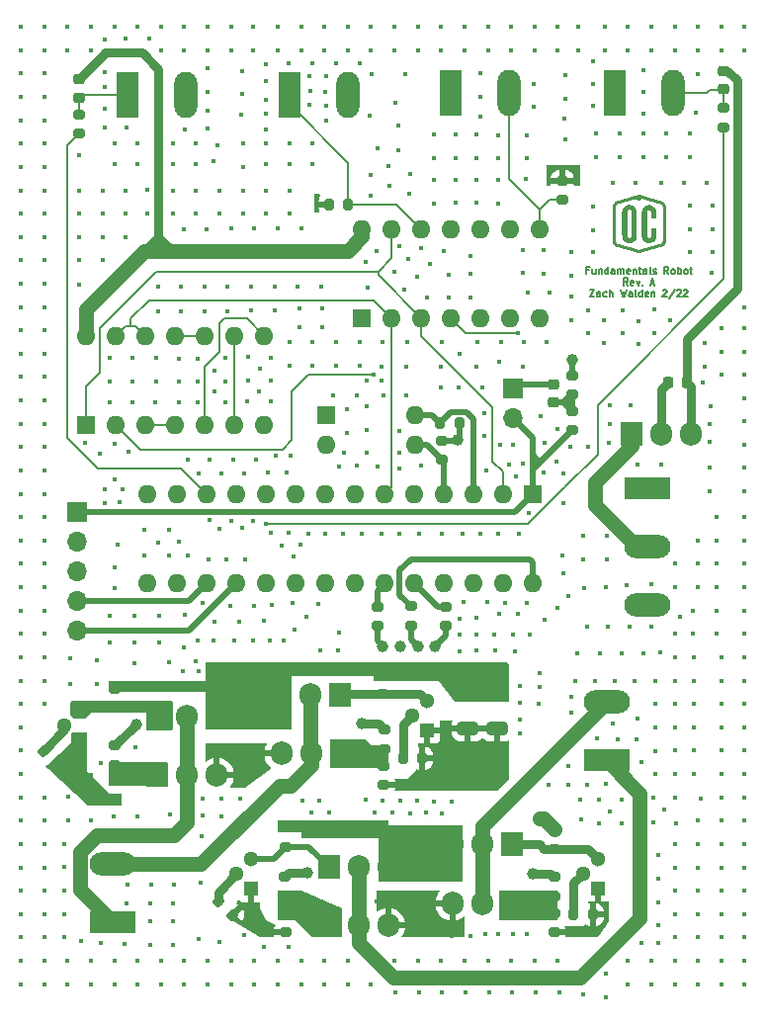
<source format=gbr>
%TF.GenerationSoftware,KiCad,Pcbnew,(6.0.2)*%
%TF.CreationDate,2022-03-08T08:53:00-06:00*%
%TF.ProjectId,FundamentalsRobot,46756e64-616d-4656-9e74-616c73526f62,rev?*%
%TF.SameCoordinates,Original*%
%TF.FileFunction,Copper,L1,Top*%
%TF.FilePolarity,Positive*%
%FSLAX46Y46*%
G04 Gerber Fmt 4.6, Leading zero omitted, Abs format (unit mm)*
G04 Created by KiCad (PCBNEW (6.0.2)) date 2022-03-08 08:53:00*
%MOMM*%
%LPD*%
G01*
G04 APERTURE LIST*
G04 Aperture macros list*
%AMRoundRect*
0 Rectangle with rounded corners*
0 $1 Rounding radius*
0 $2 $3 $4 $5 $6 $7 $8 $9 X,Y pos of 4 corners*
0 Add a 4 corners polygon primitive as box body*
4,1,4,$2,$3,$4,$5,$6,$7,$8,$9,$2,$3,0*
0 Add four circle primitives for the rounded corners*
1,1,$1+$1,$2,$3*
1,1,$1+$1,$4,$5*
1,1,$1+$1,$6,$7*
1,1,$1+$1,$8,$9*
0 Add four rect primitives between the rounded corners*
20,1,$1+$1,$2,$3,$4,$5,0*
20,1,$1+$1,$4,$5,$6,$7,0*
20,1,$1+$1,$6,$7,$8,$9,0*
20,1,$1+$1,$8,$9,$2,$3,0*%
G04 Aperture macros list end*
%ADD10C,0.150000*%
%TA.AperFunction,NonConductor*%
%ADD11C,0.150000*%
%TD*%
%TA.AperFunction,SMDPad,CuDef*%
%ADD12RoundRect,0.200000X0.275000X-0.200000X0.275000X0.200000X-0.275000X0.200000X-0.275000X-0.200000X0*%
%TD*%
%TA.AperFunction,ComponentPad*%
%ADD13R,1.905000X2.000000*%
%TD*%
%TA.AperFunction,ComponentPad*%
%ADD14O,1.905000X2.000000*%
%TD*%
%TA.AperFunction,ComponentPad*%
%ADD15R,1.300000X1.300000*%
%TD*%
%TA.AperFunction,ComponentPad*%
%ADD16C,1.300000*%
%TD*%
%TA.AperFunction,SMDPad,CuDef*%
%ADD17RoundRect,0.200000X-0.335876X-0.053033X-0.053033X-0.335876X0.335876X0.053033X0.053033X0.335876X0*%
%TD*%
%TA.AperFunction,SMDPad,CuDef*%
%ADD18RoundRect,0.200000X-0.275000X0.200000X-0.275000X-0.200000X0.275000X-0.200000X0.275000X0.200000X0*%
%TD*%
%TA.AperFunction,SMDPad,CuDef*%
%ADD19RoundRect,0.200000X0.200000X0.275000X-0.200000X0.275000X-0.200000X-0.275000X0.200000X-0.275000X0*%
%TD*%
%TA.AperFunction,ComponentPad*%
%ADD20R,1.700000X1.700000*%
%TD*%
%TA.AperFunction,ComponentPad*%
%ADD21O,1.700000X1.700000*%
%TD*%
%TA.AperFunction,ComponentPad*%
%ADD22R,1.600000X1.600000*%
%TD*%
%TA.AperFunction,ComponentPad*%
%ADD23O,1.600000X1.600000*%
%TD*%
%TA.AperFunction,SMDPad,CuDef*%
%ADD24RoundRect,0.250000X-0.650000X0.325000X-0.650000X-0.325000X0.650000X-0.325000X0.650000X0.325000X0*%
%TD*%
%TA.AperFunction,ComponentPad*%
%ADD25R,1.980000X3.960000*%
%TD*%
%TA.AperFunction,ComponentPad*%
%ADD26O,1.980000X3.960000*%
%TD*%
%TA.AperFunction,ComponentPad*%
%ADD27R,3.960000X1.980000*%
%TD*%
%TA.AperFunction,ComponentPad*%
%ADD28O,3.960000X1.980000*%
%TD*%
%TA.AperFunction,SMDPad,CuDef*%
%ADD29RoundRect,0.225000X0.225000X0.250000X-0.225000X0.250000X-0.225000X-0.250000X0.225000X-0.250000X0*%
%TD*%
%TA.AperFunction,SMDPad,CuDef*%
%ADD30RoundRect,0.225000X-0.250000X0.225000X-0.250000X-0.225000X0.250000X-0.225000X0.250000X0.225000X0*%
%TD*%
%TA.AperFunction,SMDPad,CuDef*%
%ADD31RoundRect,0.225000X0.250000X-0.225000X0.250000X0.225000X-0.250000X0.225000X-0.250000X-0.225000X0*%
%TD*%
%TA.AperFunction,ComponentPad*%
%ADD32C,1.000000*%
%TD*%
%TA.AperFunction,ViaPad*%
%ADD33C,0.450000*%
%TD*%
%TA.AperFunction,ViaPad*%
%ADD34C,1.000000*%
%TD*%
%TA.AperFunction,Conductor*%
%ADD35C,0.146812*%
%TD*%
%TA.AperFunction,Conductor*%
%ADD36C,0.508000*%
%TD*%
%TA.AperFunction,Conductor*%
%ADD37C,0.762000*%
%TD*%
%TA.AperFunction,Conductor*%
%ADD38C,1.270000*%
%TD*%
G04 APERTURE END LIST*
D10*
D11*
X146654285Y-76851142D02*
X146454285Y-76851142D01*
X146454285Y-77165428D02*
X146454285Y-76565428D01*
X146740000Y-76565428D01*
X147225714Y-76765428D02*
X147225714Y-77165428D01*
X146968571Y-76765428D02*
X146968571Y-77079714D01*
X146997142Y-77136857D01*
X147054285Y-77165428D01*
X147140000Y-77165428D01*
X147197142Y-77136857D01*
X147225714Y-77108285D01*
X147511428Y-76765428D02*
X147511428Y-77165428D01*
X147511428Y-76822571D02*
X147540000Y-76794000D01*
X147597142Y-76765428D01*
X147682857Y-76765428D01*
X147740000Y-76794000D01*
X147768571Y-76851142D01*
X147768571Y-77165428D01*
X148311428Y-77165428D02*
X148311428Y-76565428D01*
X148311428Y-77136857D02*
X148254285Y-77165428D01*
X148140000Y-77165428D01*
X148082857Y-77136857D01*
X148054285Y-77108285D01*
X148025714Y-77051142D01*
X148025714Y-76879714D01*
X148054285Y-76822571D01*
X148082857Y-76794000D01*
X148140000Y-76765428D01*
X148254285Y-76765428D01*
X148311428Y-76794000D01*
X148854285Y-77165428D02*
X148854285Y-76851142D01*
X148825714Y-76794000D01*
X148768571Y-76765428D01*
X148654285Y-76765428D01*
X148597142Y-76794000D01*
X148854285Y-77136857D02*
X148797142Y-77165428D01*
X148654285Y-77165428D01*
X148597142Y-77136857D01*
X148568571Y-77079714D01*
X148568571Y-77022571D01*
X148597142Y-76965428D01*
X148654285Y-76936857D01*
X148797142Y-76936857D01*
X148854285Y-76908285D01*
X149140000Y-77165428D02*
X149140000Y-76765428D01*
X149140000Y-76822571D02*
X149168571Y-76794000D01*
X149225714Y-76765428D01*
X149311428Y-76765428D01*
X149368571Y-76794000D01*
X149397142Y-76851142D01*
X149397142Y-77165428D01*
X149397142Y-76851142D02*
X149425714Y-76794000D01*
X149482857Y-76765428D01*
X149568571Y-76765428D01*
X149625714Y-76794000D01*
X149654285Y-76851142D01*
X149654285Y-77165428D01*
X150168571Y-77136857D02*
X150111428Y-77165428D01*
X149997142Y-77165428D01*
X149940000Y-77136857D01*
X149911428Y-77079714D01*
X149911428Y-76851142D01*
X149940000Y-76794000D01*
X149997142Y-76765428D01*
X150111428Y-76765428D01*
X150168571Y-76794000D01*
X150197142Y-76851142D01*
X150197142Y-76908285D01*
X149911428Y-76965428D01*
X150454285Y-76765428D02*
X150454285Y-77165428D01*
X150454285Y-76822571D02*
X150482857Y-76794000D01*
X150540000Y-76765428D01*
X150625714Y-76765428D01*
X150682857Y-76794000D01*
X150711428Y-76851142D01*
X150711428Y-77165428D01*
X150911428Y-76765428D02*
X151140000Y-76765428D01*
X150997142Y-76565428D02*
X150997142Y-77079714D01*
X151025714Y-77136857D01*
X151082857Y-77165428D01*
X151140000Y-77165428D01*
X151597142Y-77165428D02*
X151597142Y-76851142D01*
X151568571Y-76794000D01*
X151511428Y-76765428D01*
X151397142Y-76765428D01*
X151340000Y-76794000D01*
X151597142Y-77136857D02*
X151540000Y-77165428D01*
X151397142Y-77165428D01*
X151340000Y-77136857D01*
X151311428Y-77079714D01*
X151311428Y-77022571D01*
X151340000Y-76965428D01*
X151397142Y-76936857D01*
X151540000Y-76936857D01*
X151597142Y-76908285D01*
X151968571Y-77165428D02*
X151911428Y-77136857D01*
X151882857Y-77079714D01*
X151882857Y-76565428D01*
X152168571Y-77136857D02*
X152225714Y-77165428D01*
X152340000Y-77165428D01*
X152397142Y-77136857D01*
X152425714Y-77079714D01*
X152425714Y-77051142D01*
X152397142Y-76994000D01*
X152340000Y-76965428D01*
X152254285Y-76965428D01*
X152197142Y-76936857D01*
X152168571Y-76879714D01*
X152168571Y-76851142D01*
X152197142Y-76794000D01*
X152254285Y-76765428D01*
X152340000Y-76765428D01*
X152397142Y-76794000D01*
X153482857Y-77165428D02*
X153282857Y-76879714D01*
X153140000Y-77165428D02*
X153140000Y-76565428D01*
X153368571Y-76565428D01*
X153425714Y-76594000D01*
X153454285Y-76622571D01*
X153482857Y-76679714D01*
X153482857Y-76765428D01*
X153454285Y-76822571D01*
X153425714Y-76851142D01*
X153368571Y-76879714D01*
X153140000Y-76879714D01*
X153825714Y-77165428D02*
X153768571Y-77136857D01*
X153740000Y-77108285D01*
X153711428Y-77051142D01*
X153711428Y-76879714D01*
X153740000Y-76822571D01*
X153768571Y-76794000D01*
X153825714Y-76765428D01*
X153911428Y-76765428D01*
X153968571Y-76794000D01*
X153997142Y-76822571D01*
X154025714Y-76879714D01*
X154025714Y-77051142D01*
X153997142Y-77108285D01*
X153968571Y-77136857D01*
X153911428Y-77165428D01*
X153825714Y-77165428D01*
X154282857Y-77165428D02*
X154282857Y-76565428D01*
X154282857Y-76794000D02*
X154340000Y-76765428D01*
X154454285Y-76765428D01*
X154511428Y-76794000D01*
X154540000Y-76822571D01*
X154568571Y-76879714D01*
X154568571Y-77051142D01*
X154540000Y-77108285D01*
X154511428Y-77136857D01*
X154454285Y-77165428D01*
X154340000Y-77165428D01*
X154282857Y-77136857D01*
X154911428Y-77165428D02*
X154854285Y-77136857D01*
X154825714Y-77108285D01*
X154797142Y-77051142D01*
X154797142Y-76879714D01*
X154825714Y-76822571D01*
X154854285Y-76794000D01*
X154911428Y-76765428D01*
X154997142Y-76765428D01*
X155054285Y-76794000D01*
X155082857Y-76822571D01*
X155111428Y-76879714D01*
X155111428Y-77051142D01*
X155082857Y-77108285D01*
X155054285Y-77136857D01*
X154997142Y-77165428D01*
X154911428Y-77165428D01*
X155282857Y-76765428D02*
X155511428Y-76765428D01*
X155368571Y-76565428D02*
X155368571Y-77079714D01*
X155397142Y-77136857D01*
X155454285Y-77165428D01*
X155511428Y-77165428D01*
X150011428Y-78131428D02*
X149811428Y-77845714D01*
X149668571Y-78131428D02*
X149668571Y-77531428D01*
X149897142Y-77531428D01*
X149954285Y-77560000D01*
X149982857Y-77588571D01*
X150011428Y-77645714D01*
X150011428Y-77731428D01*
X149982857Y-77788571D01*
X149954285Y-77817142D01*
X149897142Y-77845714D01*
X149668571Y-77845714D01*
X150497142Y-78102857D02*
X150440000Y-78131428D01*
X150325714Y-78131428D01*
X150268571Y-78102857D01*
X150240000Y-78045714D01*
X150240000Y-77817142D01*
X150268571Y-77760000D01*
X150325714Y-77731428D01*
X150440000Y-77731428D01*
X150497142Y-77760000D01*
X150525714Y-77817142D01*
X150525714Y-77874285D01*
X150240000Y-77931428D01*
X150725714Y-77731428D02*
X150868571Y-78131428D01*
X151011428Y-77731428D01*
X151240000Y-78074285D02*
X151268571Y-78102857D01*
X151240000Y-78131428D01*
X151211428Y-78102857D01*
X151240000Y-78074285D01*
X151240000Y-78131428D01*
X151954285Y-77960000D02*
X152240000Y-77960000D01*
X151897142Y-78131428D02*
X152097142Y-77531428D01*
X152297142Y-78131428D01*
X146740000Y-78497428D02*
X147140000Y-78497428D01*
X146740000Y-79097428D01*
X147140000Y-79097428D01*
X147625714Y-79097428D02*
X147625714Y-78783142D01*
X147597142Y-78726000D01*
X147540000Y-78697428D01*
X147425714Y-78697428D01*
X147368571Y-78726000D01*
X147625714Y-79068857D02*
X147568571Y-79097428D01*
X147425714Y-79097428D01*
X147368571Y-79068857D01*
X147340000Y-79011714D01*
X147340000Y-78954571D01*
X147368571Y-78897428D01*
X147425714Y-78868857D01*
X147568571Y-78868857D01*
X147625714Y-78840285D01*
X148168571Y-79068857D02*
X148111428Y-79097428D01*
X147997142Y-79097428D01*
X147940000Y-79068857D01*
X147911428Y-79040285D01*
X147882857Y-78983142D01*
X147882857Y-78811714D01*
X147911428Y-78754571D01*
X147940000Y-78726000D01*
X147997142Y-78697428D01*
X148111428Y-78697428D01*
X148168571Y-78726000D01*
X148425714Y-79097428D02*
X148425714Y-78497428D01*
X148682857Y-79097428D02*
X148682857Y-78783142D01*
X148654285Y-78726000D01*
X148597142Y-78697428D01*
X148511428Y-78697428D01*
X148454285Y-78726000D01*
X148425714Y-78754571D01*
X149368571Y-78497428D02*
X149511428Y-79097428D01*
X149625714Y-78668857D01*
X149740000Y-79097428D01*
X149882857Y-78497428D01*
X150368571Y-79097428D02*
X150368571Y-78783142D01*
X150340000Y-78726000D01*
X150282857Y-78697428D01*
X150168571Y-78697428D01*
X150111428Y-78726000D01*
X150368571Y-79068857D02*
X150311428Y-79097428D01*
X150168571Y-79097428D01*
X150111428Y-79068857D01*
X150082857Y-79011714D01*
X150082857Y-78954571D01*
X150111428Y-78897428D01*
X150168571Y-78868857D01*
X150311428Y-78868857D01*
X150368571Y-78840285D01*
X150740000Y-79097428D02*
X150682857Y-79068857D01*
X150654285Y-79011714D01*
X150654285Y-78497428D01*
X151225714Y-79097428D02*
X151225714Y-78497428D01*
X151225714Y-79068857D02*
X151168571Y-79097428D01*
X151054285Y-79097428D01*
X150997142Y-79068857D01*
X150968571Y-79040285D01*
X150940000Y-78983142D01*
X150940000Y-78811714D01*
X150968571Y-78754571D01*
X150997142Y-78726000D01*
X151054285Y-78697428D01*
X151168571Y-78697428D01*
X151225714Y-78726000D01*
X151740000Y-79068857D02*
X151682857Y-79097428D01*
X151568571Y-79097428D01*
X151511428Y-79068857D01*
X151482857Y-79011714D01*
X151482857Y-78783142D01*
X151511428Y-78726000D01*
X151568571Y-78697428D01*
X151682857Y-78697428D01*
X151740000Y-78726000D01*
X151768571Y-78783142D01*
X151768571Y-78840285D01*
X151482857Y-78897428D01*
X152025714Y-78697428D02*
X152025714Y-79097428D01*
X152025714Y-78754571D02*
X152054285Y-78726000D01*
X152111428Y-78697428D01*
X152197142Y-78697428D01*
X152254285Y-78726000D01*
X152282857Y-78783142D01*
X152282857Y-79097428D01*
X152997142Y-78554571D02*
X153025714Y-78526000D01*
X153082857Y-78497428D01*
X153225714Y-78497428D01*
X153282857Y-78526000D01*
X153311428Y-78554571D01*
X153340000Y-78611714D01*
X153340000Y-78668857D01*
X153311428Y-78754571D01*
X152968571Y-79097428D01*
X153340000Y-79097428D01*
X154025714Y-78468857D02*
X153511428Y-79240285D01*
X154197142Y-78554571D02*
X154225714Y-78526000D01*
X154282857Y-78497428D01*
X154425714Y-78497428D01*
X154482857Y-78526000D01*
X154511428Y-78554571D01*
X154540000Y-78611714D01*
X154540000Y-78668857D01*
X154511428Y-78754571D01*
X154168571Y-79097428D01*
X154540000Y-79097428D01*
X154768571Y-78554571D02*
X154797142Y-78526000D01*
X154854285Y-78497428D01*
X154997142Y-78497428D01*
X155054285Y-78526000D01*
X155082857Y-78554571D01*
X155111428Y-78611714D01*
X155111428Y-78668857D01*
X155082857Y-78754571D01*
X154740000Y-79097428D01*
X155111428Y-79097428D01*
%TO.C,G\u002A\u002A\u002A*%
G36*
X151890219Y-71256765D02*
G01*
X151976414Y-71271443D01*
X152057453Y-71296956D01*
X152133288Y-71333282D01*
X152203870Y-71380394D01*
X152269150Y-71438269D01*
X152283033Y-71452698D01*
X152331075Y-71510038D01*
X152370491Y-71570807D01*
X152402667Y-71637508D01*
X152428986Y-71712644D01*
X152431394Y-71720872D01*
X152452229Y-71793259D01*
X152449119Y-72394963D01*
X152011084Y-72394963D01*
X152008084Y-72106941D01*
X152005084Y-71818918D01*
X151988342Y-71784826D01*
X151964584Y-71747840D01*
X151932543Y-71717981D01*
X151904409Y-71700462D01*
X151879627Y-71691768D01*
X151847772Y-71686902D01*
X151812976Y-71685882D01*
X151779373Y-71688723D01*
X151751094Y-71695443D01*
X151741063Y-71699813D01*
X151705489Y-71724862D01*
X151674338Y-71758360D01*
X151655467Y-71787791D01*
X151639055Y-71818918D01*
X151639055Y-73955086D01*
X151655038Y-73985088D01*
X151680526Y-74021735D01*
X151714804Y-74054315D01*
X151741063Y-74072240D01*
X151766020Y-74081808D01*
X151798130Y-74086950D01*
X151833376Y-74087633D01*
X151867744Y-74083824D01*
X151897218Y-74075492D01*
X151901633Y-74073537D01*
X151934902Y-74052497D01*
X151964944Y-74023850D01*
X151987896Y-73991460D01*
X151992188Y-73982983D01*
X151994888Y-73976860D01*
X151997193Y-73970436D01*
X151999144Y-73962736D01*
X152000781Y-73952785D01*
X152002144Y-73939608D01*
X152003275Y-73922231D01*
X152004214Y-73899677D01*
X152005001Y-73870973D01*
X152005677Y-73835144D01*
X152006283Y-73791214D01*
X152006859Y-73738208D01*
X152007446Y-73675151D01*
X152008084Y-73601070D01*
X152008084Y-73601058D01*
X152011084Y-73247030D01*
X152449119Y-73247030D01*
X152450985Y-73595058D01*
X152451342Y-73681361D01*
X152451421Y-73756103D01*
X152451217Y-73819721D01*
X152450723Y-73872650D01*
X152449934Y-73915329D01*
X152448844Y-73948194D01*
X152447448Y-73971681D01*
X152445937Y-73985088D01*
X152426078Y-74070369D01*
X152395806Y-74150497D01*
X152355815Y-74224747D01*
X152306797Y-74292395D01*
X152249443Y-74352715D01*
X152184448Y-74404982D01*
X152112503Y-74448471D01*
X152034301Y-74482456D01*
X151950534Y-74506213D01*
X151947699Y-74506811D01*
X151926533Y-74509919D01*
X151897392Y-74512440D01*
X151863230Y-74514305D01*
X151826997Y-74515444D01*
X151791646Y-74515788D01*
X151760129Y-74515269D01*
X151735397Y-74513817D01*
X151723061Y-74512070D01*
X151647685Y-74492733D01*
X151581705Y-74469866D01*
X151522740Y-74442252D01*
X151468410Y-74408675D01*
X151416335Y-74367921D01*
X151385066Y-74339406D01*
X151328459Y-74277430D01*
X151281192Y-74209230D01*
X151244179Y-74136254D01*
X151225954Y-74086634D01*
X151222172Y-74074819D01*
X151218710Y-74064162D01*
X151215555Y-74054115D01*
X151212693Y-74044127D01*
X151210108Y-74033647D01*
X151207787Y-74022126D01*
X151205716Y-74009015D01*
X151203880Y-73993762D01*
X151202266Y-73975819D01*
X151200859Y-73954635D01*
X151199646Y-73929661D01*
X151198611Y-73900345D01*
X151197742Y-73866139D01*
X151197023Y-73826493D01*
X151196441Y-73780856D01*
X151195981Y-73728679D01*
X151195629Y-73669411D01*
X151195372Y-73602504D01*
X151195195Y-73527406D01*
X151195084Y-73443568D01*
X151195024Y-73350440D01*
X151195002Y-73247471D01*
X151195003Y-73134113D01*
X151195014Y-73009815D01*
X151195020Y-72884002D01*
X151195020Y-71794916D01*
X151208760Y-71741878D01*
X151235153Y-71658311D01*
X151269257Y-71583055D01*
X151311990Y-71514739D01*
X151364269Y-71451993D01*
X151427011Y-71393446D01*
X151459041Y-71368000D01*
X151520210Y-71328666D01*
X151588980Y-71297027D01*
X151663333Y-71273602D01*
X151741247Y-71258913D01*
X151820703Y-71253482D01*
X151890219Y-71256765D01*
G37*
G36*
X150126324Y-75142468D02*
G01*
X150107825Y-75136678D01*
X150087933Y-75131179D01*
X150066272Y-75125159D01*
X150048247Y-75119446D01*
X150038510Y-75115614D01*
X150023301Y-75110859D01*
X150016291Y-75110177D01*
X150001211Y-75107904D01*
X149990707Y-75104583D01*
X149977518Y-75099962D01*
X149957654Y-75093794D01*
X149940921Y-75088966D01*
X149919013Y-75082785D01*
X149899715Y-75077200D01*
X149889917Y-75074254D01*
X149874720Y-75069724D01*
X149854746Y-75064029D01*
X149847914Y-75062133D01*
X149823760Y-75055461D01*
X149798485Y-75048447D01*
X149793909Y-75047172D01*
X149769757Y-75040464D01*
X149744482Y-75033482D01*
X149739905Y-75032223D01*
X149720758Y-75026641D01*
X149704833Y-75021461D01*
X149700902Y-75019998D01*
X149687741Y-75015571D01*
X149669041Y-75010194D01*
X149661899Y-75008321D01*
X149640848Y-75002842D01*
X149621395Y-74997588D01*
X149616896Y-74996328D01*
X149586672Y-74987757D01*
X149556151Y-74979146D01*
X149529107Y-74971557D01*
X149509315Y-74966051D01*
X149507387Y-74965521D01*
X149487700Y-74960039D01*
X149466533Y-74954042D01*
X149465384Y-74953713D01*
X149444907Y-74948061D01*
X149421397Y-74941868D01*
X149414876Y-74940208D01*
X149397464Y-74935169D01*
X149385194Y-74930422D01*
X149382373Y-74928659D01*
X149373354Y-74925108D01*
X149363794Y-74924162D01*
X149347827Y-74921880D01*
X149339292Y-74918814D01*
X149319861Y-74911089D01*
X149293890Y-74903548D01*
X149266723Y-74897505D01*
X149243703Y-74894269D01*
X149238338Y-74894042D01*
X149211086Y-74892057D01*
X149176980Y-74886886D01*
X149139710Y-74879362D01*
X149102966Y-74870320D01*
X149070439Y-74860593D01*
X149045817Y-74851014D01*
X149043984Y-74850122D01*
X149028829Y-74844681D01*
X149017039Y-74843962D01*
X149016295Y-74844199D01*
X149009493Y-74843931D01*
X149009102Y-74840784D01*
X149005391Y-74834054D01*
X148993992Y-74824888D01*
X148986869Y-74820547D01*
X148970430Y-74810714D01*
X148957730Y-74801986D01*
X148954937Y-74799653D01*
X148946165Y-74793235D01*
X148942914Y-74792149D01*
X148936603Y-74788074D01*
X148923925Y-74777070D01*
X148906721Y-74760958D01*
X148886834Y-74741562D01*
X148866107Y-74720703D01*
X148846383Y-74700205D01*
X148829504Y-74681891D01*
X148818560Y-74669142D01*
X148776070Y-74609411D01*
X148741146Y-74544061D01*
X148712810Y-74471077D01*
X148697981Y-74420577D01*
X148697065Y-74415767D01*
X148696215Y-74408289D01*
X148695430Y-74397718D01*
X148694706Y-74383632D01*
X148694043Y-74365607D01*
X148693436Y-74343220D01*
X148692885Y-74316046D01*
X148692387Y-74283662D01*
X148691939Y-74245645D01*
X148691540Y-74201571D01*
X148691187Y-74151017D01*
X148690877Y-74093558D01*
X148690609Y-74028771D01*
X148690381Y-73956234D01*
X148690189Y-73875521D01*
X148690032Y-73786210D01*
X148689908Y-73687876D01*
X148689814Y-73580097D01*
X148689748Y-73462449D01*
X148689707Y-73334508D01*
X148689695Y-73238181D01*
X148955711Y-73238181D01*
X148955719Y-73367222D01*
X148955781Y-73489100D01*
X148955896Y-73603423D01*
X148956063Y-73709800D01*
X148956281Y-73807839D01*
X148956549Y-73897148D01*
X148956866Y-73977336D01*
X148957230Y-74048011D01*
X148957642Y-74108781D01*
X148958098Y-74159254D01*
X148958600Y-74199039D01*
X148959145Y-74227744D01*
X148959732Y-74244978D01*
X148959948Y-74248237D01*
X148963327Y-74280301D01*
X148967757Y-74312891D01*
X148972535Y-74341125D01*
X148975107Y-74353245D01*
X148994006Y-74414879D01*
X149019487Y-74470482D01*
X149050656Y-74518744D01*
X149086623Y-74558355D01*
X149126496Y-74588006D01*
X149139858Y-74595140D01*
X149158591Y-74603952D01*
X149174473Y-74610373D01*
X149190587Y-74615202D01*
X149210012Y-74619235D01*
X149235829Y-74623272D01*
X149262868Y-74627000D01*
X149291013Y-74631135D01*
X149316978Y-74635552D01*
X149336933Y-74639574D01*
X149343874Y-74641346D01*
X149362063Y-74646574D01*
X149385159Y-74652961D01*
X149397878Y-74656386D01*
X149419249Y-74662227D01*
X149447086Y-74670047D01*
X149476345Y-74678425D01*
X149484885Y-74680904D01*
X149520816Y-74691373D01*
X149550327Y-74699963D01*
X149576261Y-74707497D01*
X149601458Y-74714797D01*
X149628759Y-74722687D01*
X149661005Y-74731989D01*
X149701036Y-74743526D01*
X149715903Y-74747810D01*
X149758954Y-74760208D01*
X149792479Y-74769842D01*
X149818479Y-74777283D01*
X149838959Y-74783096D01*
X149855920Y-74787851D01*
X149871366Y-74792116D01*
X149887299Y-74796459D01*
X149889917Y-74797169D01*
X149914950Y-74804064D01*
X149946540Y-74812965D01*
X149986190Y-74824301D01*
X150035400Y-74838499D01*
X150051930Y-74843286D01*
X150081900Y-74851951D01*
X150109209Y-74859805D01*
X150130978Y-74866024D01*
X150144328Y-74869781D01*
X150144937Y-74869948D01*
X150160644Y-74874295D01*
X150182358Y-74880367D01*
X150198941Y-74885034D01*
X150221538Y-74891392D01*
X150242203Y-74897169D01*
X150252946Y-74900146D01*
X150262837Y-74902945D01*
X150282789Y-74908659D01*
X150311334Y-74916866D01*
X150347005Y-74927142D01*
X150388335Y-74939064D01*
X150433855Y-74952211D01*
X150471963Y-74963228D01*
X150521614Y-74977565D01*
X150569864Y-74991455D01*
X150614925Y-75004386D01*
X150655010Y-75015848D01*
X150688333Y-75025329D01*
X150713108Y-75032317D01*
X150723983Y-75035337D01*
X150755143Y-75044023D01*
X150790848Y-75054201D01*
X150824154Y-75063888D01*
X150828991Y-75065318D01*
X150854561Y-75072732D01*
X150877286Y-75079028D01*
X150893642Y-75083241D01*
X150897996Y-75084202D01*
X150914945Y-75088649D01*
X150924999Y-75092318D01*
X150953141Y-75100366D01*
X150984081Y-75100277D01*
X151020814Y-75092044D01*
X151021006Y-75091985D01*
X151035286Y-75087645D01*
X151056882Y-75081075D01*
X151081632Y-75073544D01*
X151087011Y-75071906D01*
X151110824Y-75064729D01*
X151131360Y-75058668D01*
X151145003Y-75054787D01*
X151147016Y-75054256D01*
X151156992Y-75051528D01*
X151176752Y-75045954D01*
X151204556Y-75038036D01*
X151238662Y-75028273D01*
X151277330Y-75017165D01*
X151318819Y-75005213D01*
X151361388Y-74992916D01*
X151403296Y-74980775D01*
X151442802Y-74969290D01*
X151444039Y-74968930D01*
X151474004Y-74960220D01*
X151501309Y-74952324D01*
X151523076Y-74946069D01*
X151536431Y-74942286D01*
X151537047Y-74942116D01*
X151550844Y-74938204D01*
X151572387Y-74931976D01*
X151597911Y-74924520D01*
X151609052Y-74921244D01*
X151635132Y-74913583D01*
X151658829Y-74906662D01*
X151676380Y-74901578D01*
X151681058Y-74900243D01*
X151694858Y-74896274D01*
X151716403Y-74890003D01*
X151741931Y-74882527D01*
X151753064Y-74879254D01*
X151778188Y-74871877D01*
X151799996Y-74865509D01*
X151815170Y-74861118D01*
X151819069Y-74860012D01*
X151829710Y-74856954D01*
X151848794Y-74851383D01*
X151873256Y-74844198D01*
X151891075Y-74838943D01*
X151953445Y-74820766D01*
X152006468Y-74805837D01*
X152035086Y-74798106D01*
X152048266Y-74794440D01*
X152069646Y-74788295D01*
X152095928Y-74780625D01*
X152116092Y-74774677D01*
X152191762Y-74752337D01*
X152261215Y-74732024D01*
X152329699Y-74712208D01*
X152353111Y-74705479D01*
X152380534Y-74697550D01*
X152410487Y-74688804D01*
X152425117Y-74684495D01*
X152452540Y-74676437D01*
X152482494Y-74667718D01*
X152497122Y-74663494D01*
X152524484Y-74655497D01*
X152554383Y-74646566D01*
X152569128Y-74642080D01*
X152595309Y-74635872D01*
X152625748Y-74631272D01*
X152647134Y-74629607D01*
X152708073Y-74623789D01*
X152762184Y-74610161D01*
X152812406Y-74587886D01*
X152830149Y-74577560D01*
X152875104Y-74542777D01*
X152913641Y-74498201D01*
X152945510Y-74444330D01*
X152970466Y-74381664D01*
X152988260Y-74310702D01*
X152998057Y-74238919D01*
X152998777Y-74224606D01*
X152999456Y-74198551D01*
X153000094Y-74161015D01*
X153000690Y-74112257D01*
X153001242Y-74052537D01*
X153001749Y-73982115D01*
X153002210Y-73901250D01*
X153002624Y-73810202D01*
X153002990Y-73709231D01*
X153003306Y-73598596D01*
X153003572Y-73478557D01*
X153003786Y-73349374D01*
X153003947Y-73211307D01*
X153004054Y-73064614D01*
X153004106Y-72909557D01*
X153004111Y-72858735D01*
X153004106Y-72703071D01*
X153004075Y-72558967D01*
X153004012Y-72425982D01*
X153003911Y-72303675D01*
X153003767Y-72191605D01*
X153003573Y-72089330D01*
X153003325Y-71996411D01*
X153003017Y-71912406D01*
X153002642Y-71836874D01*
X153002195Y-71769374D01*
X153001671Y-71709465D01*
X153001063Y-71656706D01*
X153000367Y-71610656D01*
X152999575Y-71570874D01*
X152998683Y-71536920D01*
X152997685Y-71508351D01*
X152996576Y-71484728D01*
X152995348Y-71465609D01*
X152993998Y-71450553D01*
X152992518Y-71439119D01*
X152990904Y-71430866D01*
X152989150Y-71425354D01*
X152987249Y-71422141D01*
X152985511Y-71420887D01*
X152981015Y-71414025D01*
X152980160Y-71407611D01*
X152977285Y-71391188D01*
X152969705Y-71368316D01*
X152958990Y-71342775D01*
X152946708Y-71318345D01*
X152935773Y-71300661D01*
X152924015Y-71283967D01*
X152914495Y-71270214D01*
X152911155Y-71265247D01*
X152901412Y-71253342D01*
X152885801Y-71237296D01*
X152867748Y-71220562D01*
X152861257Y-71214989D01*
X152835902Y-71198092D01*
X152801772Y-71181441D01*
X152762063Y-71166091D01*
X152719974Y-71153097D01*
X152678703Y-71143512D01*
X152641447Y-71138393D01*
X152627337Y-71137827D01*
X152606052Y-71135849D01*
X152586793Y-71130941D01*
X152581943Y-71128827D01*
X152567093Y-71122475D01*
X152555729Y-71119863D01*
X152545523Y-71118145D01*
X152527991Y-71113672D01*
X152509911Y-71108328D01*
X152450247Y-71090018D01*
X152396838Y-71074426D01*
X152351607Y-71062105D01*
X152329109Y-71056491D01*
X152307581Y-71050849D01*
X152290587Y-71045433D01*
X152281619Y-71041363D01*
X152281405Y-71041180D01*
X152271498Y-71037131D01*
X152259904Y-71035856D01*
X152246425Y-71034317D01*
X152239665Y-71031419D01*
X152232177Y-71027859D01*
X152216092Y-71022237D01*
X152194409Y-71015574D01*
X152186161Y-71013215D01*
X152160984Y-71006109D01*
X152138110Y-70999580D01*
X152121665Y-70994806D01*
X152119093Y-70994040D01*
X152087234Y-70984822D01*
X152056135Y-70976439D01*
X152029302Y-70969801D01*
X152010242Y-70965815D01*
X152009584Y-70965706D01*
X151996329Y-70962302D01*
X151990142Y-70958250D01*
X151990082Y-70957875D01*
X151984930Y-70953502D01*
X151973581Y-70950024D01*
X151955929Y-70946096D01*
X151936370Y-70941069D01*
X151936078Y-70940988D01*
X151899145Y-70930680D01*
X151869970Y-70922472D01*
X151844743Y-70915276D01*
X151819652Y-70908003D01*
X151790886Y-70899566D01*
X151786066Y-70898147D01*
X151757421Y-70889754D01*
X151730451Y-70881932D01*
X151708826Y-70875741D01*
X151699060Y-70873007D01*
X151681603Y-70868173D01*
X151668182Y-70864370D01*
X151666057Y-70863748D01*
X151658146Y-70861458D01*
X151657056Y-70861193D01*
X151651742Y-70859648D01*
X151637519Y-70855407D01*
X151616969Y-70849243D01*
X151606052Y-70845958D01*
X151581868Y-70838878D01*
X151561228Y-70833204D01*
X151547450Y-70829835D01*
X151544670Y-70829341D01*
X151533418Y-70826090D01*
X151530168Y-70823962D01*
X151521654Y-70820914D01*
X151509399Y-70819839D01*
X151496083Y-70818113D01*
X151489463Y-70814519D01*
X151481852Y-70809951D01*
X151467504Y-70805726D01*
X151465107Y-70805246D01*
X151451241Y-70801595D01*
X151444233Y-70797693D01*
X151444026Y-70797066D01*
X151438781Y-70793927D01*
X151426136Y-70792198D01*
X151425669Y-70792180D01*
X151402828Y-70788936D01*
X151374110Y-70781373D01*
X151344248Y-70770780D01*
X151339031Y-70768614D01*
X151325195Y-70763785D01*
X151303427Y-70757362D01*
X151277494Y-70750427D01*
X151265525Y-70747443D01*
X151241644Y-70741104D01*
X151222915Y-70735124D01*
X151211886Y-70730373D01*
X151210021Y-70728531D01*
X151207708Y-70724446D01*
X151201632Y-70729636D01*
X151193087Y-70742496D01*
X151183367Y-70761418D01*
X151183146Y-70761898D01*
X151165827Y-70790906D01*
X151142119Y-70818957D01*
X151115390Y-70842616D01*
X151089005Y-70858451D01*
X151088158Y-70858809D01*
X151069234Y-70866851D01*
X151052717Y-70874133D01*
X151049069Y-70875811D01*
X151036690Y-70878772D01*
X151016452Y-70880717D01*
X150991432Y-70881670D01*
X150964707Y-70881658D01*
X150939353Y-70880706D01*
X150918447Y-70878841D01*
X150905066Y-70876087D01*
X150902336Y-70874583D01*
X150891264Y-70869155D01*
X150881795Y-70867843D01*
X150871102Y-70865866D01*
X150867994Y-70862493D01*
X150862933Y-70857115D01*
X150853985Y-70853627D01*
X150840251Y-70846390D01*
X150822434Y-70831917D01*
X150803161Y-70812926D01*
X150785058Y-70792130D01*
X150770751Y-70772244D01*
X150764948Y-70761583D01*
X150757109Y-70745763D01*
X150750432Y-70735122D01*
X150748458Y-70733125D01*
X150740470Y-70733184D01*
X150724672Y-70736477D01*
X150705844Y-70741877D01*
X150685043Y-70748086D01*
X150667955Y-70752409D01*
X150659095Y-70753834D01*
X150648561Y-70755674D01*
X150631109Y-70760422D01*
X150616374Y-70765110D01*
X150582404Y-70775959D01*
X150540604Y-70788152D01*
X150489054Y-70802250D01*
X150486964Y-70802808D01*
X150468487Y-70808101D01*
X150453240Y-70813075D01*
X150450961Y-70813931D01*
X150439498Y-70817459D01*
X150420126Y-70822479D01*
X150396677Y-70828008D01*
X150392364Y-70828972D01*
X150370084Y-70834441D01*
X150352692Y-70839718D01*
X150343253Y-70843842D01*
X150342506Y-70844564D01*
X150334563Y-70848756D01*
X150325666Y-70849842D01*
X150311610Y-70851617D01*
X150292565Y-70856072D01*
X150285517Y-70858139D01*
X150261637Y-70865323D01*
X150236500Y-70872501D01*
X150231944Y-70873748D01*
X150210186Y-70880062D01*
X150184638Y-70888055D01*
X150171323Y-70892453D01*
X150151446Y-70898657D01*
X150135179Y-70902795D01*
X150128029Y-70903846D01*
X150116549Y-70905590D01*
X150099320Y-70909964D01*
X150092643Y-70911981D01*
X150080042Y-70915918D01*
X150067477Y-70919685D01*
X150052431Y-70923996D01*
X150032389Y-70929564D01*
X150004832Y-70937101D01*
X149982924Y-70943062D01*
X149962007Y-70949165D01*
X149944712Y-70954949D01*
X149936502Y-70958349D01*
X149922140Y-70962770D01*
X149911354Y-70963851D01*
X149898829Y-70965751D01*
X149893404Y-70969063D01*
X149885960Y-70973131D01*
X149871113Y-70977130D01*
X149864548Y-70978317D01*
X149847918Y-70981731D01*
X149823572Y-70987702D01*
X149795269Y-70995279D01*
X149775908Y-71000795D01*
X149744809Y-71009872D01*
X149721093Y-71016702D01*
X149700633Y-71022432D01*
X149679300Y-71028209D01*
X149652968Y-71035179D01*
X149637897Y-71039140D01*
X149617134Y-71045015D01*
X149600863Y-71050397D01*
X149592894Y-71053963D01*
X149583624Y-71057530D01*
X149567415Y-71061075D01*
X149560201Y-71062193D01*
X149542616Y-71065685D01*
X149530003Y-71070150D01*
X149527499Y-71071849D01*
X149516719Y-71077047D01*
X149510315Y-71077860D01*
X149498369Y-71079538D01*
X149480048Y-71083829D01*
X149468011Y-71087219D01*
X149444663Y-71094047D01*
X149421454Y-71100539D01*
X149412879Y-71102829D01*
X149393596Y-71108331D01*
X149369415Y-71115865D01*
X149353120Y-71121251D01*
X149330024Y-71127326D01*
X149299608Y-71132849D01*
X149266549Y-71137025D01*
X149254005Y-71138112D01*
X149191066Y-71147029D01*
X149136984Y-71163852D01*
X149091516Y-71188665D01*
X149079981Y-71197307D01*
X149064681Y-71208747D01*
X149053001Y-71215955D01*
X149048479Y-71217371D01*
X149043994Y-71220286D01*
X149043850Y-71221668D01*
X149040790Y-71229228D01*
X149032719Y-71243778D01*
X149021305Y-71262337D01*
X149019849Y-71264602D01*
X149008126Y-71283655D01*
X148999578Y-71299298D01*
X148995884Y-71308426D01*
X148995847Y-71308886D01*
X148993330Y-71318827D01*
X148987214Y-71333325D01*
X148986632Y-71334506D01*
X148980692Y-71349688D01*
X148973900Y-71371900D01*
X148967705Y-71396394D01*
X148967584Y-71396933D01*
X148966491Y-71402572D01*
X148965479Y-71409657D01*
X148964544Y-71418654D01*
X148963682Y-71430031D01*
X148962890Y-71444255D01*
X148962163Y-71461793D01*
X148961498Y-71483111D01*
X148960890Y-71508679D01*
X148960337Y-71538961D01*
X148959835Y-71574426D01*
X148959379Y-71615540D01*
X148958965Y-71662771D01*
X148958590Y-71716585D01*
X148958251Y-71777451D01*
X148957942Y-71845834D01*
X148957661Y-71922202D01*
X148957404Y-72007023D01*
X148957167Y-72100762D01*
X148956945Y-72203888D01*
X148956736Y-72316868D01*
X148956535Y-72440168D01*
X148956338Y-72574255D01*
X148956142Y-72719598D01*
X148956024Y-72811996D01*
X148955863Y-72960176D01*
X148955759Y-73102368D01*
X148955711Y-73238181D01*
X148689695Y-73238181D01*
X148689690Y-73195850D01*
X148689693Y-73046053D01*
X148689716Y-72884692D01*
X148689717Y-72879252D01*
X148689769Y-72704021D01*
X148689855Y-72540564D01*
X148689976Y-72388657D01*
X148690134Y-72248072D01*
X148690330Y-72118583D01*
X148690564Y-71999966D01*
X148690838Y-71891993D01*
X148691153Y-71794438D01*
X148691510Y-71707076D01*
X148691909Y-71629680D01*
X148692351Y-71562025D01*
X148692839Y-71503884D01*
X148693372Y-71455031D01*
X148693952Y-71415241D01*
X148694579Y-71384286D01*
X148695256Y-71361942D01*
X148695982Y-71347982D01*
X148696604Y-71342677D01*
X148720080Y-71267274D01*
X148753476Y-71194754D01*
X148795625Y-71126609D01*
X148845357Y-71064332D01*
X148901506Y-71009415D01*
X148962903Y-70963352D01*
X149017353Y-70932748D01*
X149057567Y-70914581D01*
X149093526Y-70901308D01*
X149129329Y-70891835D01*
X149169076Y-70885069D01*
X149214864Y-70880096D01*
X149241962Y-70877167D01*
X149267000Y-70873592D01*
X149285735Y-70870005D01*
X149289870Y-70868908D01*
X149309506Y-70863273D01*
X149332232Y-70857145D01*
X149337874Y-70855690D01*
X149357067Y-70850463D01*
X149373007Y-70845547D01*
X149376877Y-70844160D01*
X149410323Y-70832971D01*
X149445238Y-70824120D01*
X149453383Y-70822534D01*
X149467813Y-70818701D01*
X149475497Y-70814225D01*
X149475884Y-70813171D01*
X149481015Y-70809133D01*
X149490603Y-70807838D01*
X149508535Y-70805534D01*
X149519106Y-70802443D01*
X149532032Y-70798119D01*
X149551991Y-70792225D01*
X149571892Y-70786779D01*
X149593864Y-70780700D01*
X149612526Y-70775018D01*
X149622896Y-70771330D01*
X149633351Y-70767659D01*
X149652493Y-70761678D01*
X149677439Y-70754267D01*
X149700902Y-70747541D01*
X149760744Y-70730577D01*
X149809667Y-70716499D01*
X149848351Y-70705108D01*
X149877474Y-70696206D01*
X149889917Y-70692216D01*
X149904296Y-70687765D01*
X149927850Y-70680786D01*
X149958191Y-70671973D01*
X149992935Y-70662019D01*
X150027928Y-70652115D01*
X150063203Y-70642060D01*
X150094966Y-70632759D01*
X150121220Y-70624816D01*
X150139971Y-70618836D01*
X150149223Y-70615423D01*
X150149356Y-70615354D01*
X150161701Y-70610638D01*
X150167003Y-70609823D01*
X150175679Y-70608127D01*
X150192616Y-70603665D01*
X150214657Y-70597376D01*
X150238648Y-70590199D01*
X150261434Y-70583073D01*
X150279859Y-70576936D01*
X150288948Y-70573535D01*
X150303203Y-70568887D01*
X150321190Y-70564538D01*
X150321951Y-70564387D01*
X150337388Y-70560604D01*
X150360050Y-70554160D01*
X150385797Y-70546250D01*
X150393957Y-70543622D01*
X150423217Y-70534396D01*
X150453979Y-70525202D01*
X150480319Y-70517801D01*
X150483964Y-70516839D01*
X150505938Y-70510870D01*
X150524602Y-70505360D01*
X150534968Y-70501849D01*
X150545671Y-70498277D01*
X150564873Y-70492538D01*
X150589472Y-70485542D01*
X150606974Y-70480728D01*
X150633423Y-70473409D01*
X150656501Y-70466763D01*
X150673107Y-70461696D01*
X150678979Y-70459673D01*
X150708972Y-70449003D01*
X150728628Y-70444130D01*
X150740751Y-70441161D01*
X150760463Y-70435666D01*
X150783909Y-70428729D01*
X150788633Y-70427286D01*
X150816857Y-70418703D01*
X150846393Y-70409851D01*
X150870874Y-70402640D01*
X150870994Y-70402605D01*
X150897867Y-70394659D01*
X150926718Y-70385905D01*
X150940974Y-70381480D01*
X150960747Y-70375702D01*
X150974656Y-70373817D01*
X150988204Y-70375860D01*
X151006889Y-70381867D01*
X151006979Y-70381898D01*
X151027457Y-70388633D01*
X151054793Y-70397143D01*
X151084288Y-70405976D01*
X151096012Y-70409383D01*
X151127242Y-70418506D01*
X151160402Y-70428427D01*
X151189681Y-70437402D01*
X151197286Y-70439790D01*
X151219543Y-70446514D01*
X151237926Y-70451478D01*
X151248971Y-70453756D01*
X151249871Y-70453810D01*
X151262118Y-70456474D01*
X151268607Y-70459249D01*
X151280688Y-70464051D01*
X151298686Y-70469665D01*
X151306029Y-70471653D01*
X151316115Y-70474305D01*
X151327402Y-70477404D01*
X151341368Y-70481386D01*
X151359489Y-70486685D01*
X151383242Y-70493738D01*
X151414105Y-70502980D01*
X151453553Y-70514847D01*
X151501044Y-70529164D01*
X151532399Y-70538561D01*
X151563054Y-70547642D01*
X151589292Y-70555311D01*
X151606052Y-70560101D01*
X151626587Y-70566062D01*
X151643876Y-70571472D01*
X151651056Y-70573984D01*
X151661490Y-70577488D01*
X151680591Y-70583415D01*
X151705490Y-70590890D01*
X151729062Y-70597803D01*
X151762433Y-70607499D01*
X151798104Y-70617884D01*
X151830711Y-70627396D01*
X151846071Y-70631887D01*
X151871576Y-70639327D01*
X151894755Y-70646040D01*
X151911646Y-70650882D01*
X151915077Y-70651849D01*
X151962000Y-70665087D01*
X151997502Y-70675382D01*
X152021780Y-70682795D01*
X152035035Y-70687383D01*
X152035086Y-70687404D01*
X152047203Y-70691652D01*
X152066248Y-70697589D01*
X152083090Y-70702498D01*
X152126466Y-70714876D01*
X152172050Y-70728163D01*
X152223160Y-70743335D01*
X152269104Y-70757136D01*
X152318785Y-70772113D01*
X152358944Y-70784206D01*
X152391548Y-70794003D01*
X152418563Y-70802092D01*
X152441954Y-70809060D01*
X152463689Y-70815496D01*
X152485734Y-70821986D01*
X152500123Y-70826209D01*
X152533179Y-70835959D01*
X152568804Y-70846557D01*
X152601314Y-70856310D01*
X152614132Y-70860189D01*
X152643380Y-70868187D01*
X152674132Y-70875175D01*
X152700469Y-70879829D01*
X152704139Y-70880300D01*
X152780891Y-70892237D01*
X152849181Y-70909324D01*
X152911784Y-70932493D01*
X152971475Y-70962679D01*
X152999619Y-70979751D01*
X153031851Y-71003270D01*
X153067600Y-71034271D01*
X153104139Y-71069989D01*
X153138740Y-71107656D01*
X153168676Y-71144507D01*
X153185092Y-71167867D01*
X153213905Y-71214774D01*
X153235441Y-71255953D01*
X153250837Y-71294230D01*
X153261234Y-71332430D01*
X153267688Y-71372654D01*
X153268466Y-71383884D01*
X153269180Y-71403812D01*
X153269830Y-71432642D01*
X153270417Y-71470582D01*
X153270942Y-71517835D01*
X153271406Y-71574608D01*
X153271808Y-71641105D01*
X153272151Y-71717532D01*
X153272433Y-71804094D01*
X153272657Y-71900997D01*
X153272823Y-72008445D01*
X153272931Y-72126644D01*
X153272982Y-72255800D01*
X153272976Y-72396117D01*
X153272915Y-72547801D01*
X153272799Y-72711057D01*
X153272629Y-72886091D01*
X153272612Y-72902003D01*
X153270979Y-74375119D01*
X153258222Y-74420123D01*
X153250508Y-74446983D01*
X153244411Y-74466611D01*
X153238353Y-74483345D01*
X153230758Y-74501520D01*
X153220047Y-74525475D01*
X153219335Y-74527050D01*
X153210785Y-74546371D01*
X153204638Y-74561069D01*
X153202181Y-74568063D01*
X153202178Y-74568133D01*
X153198759Y-74575961D01*
X153189547Y-74591049D01*
X153176112Y-74611182D01*
X153160021Y-74634140D01*
X153142845Y-74657708D01*
X153126151Y-74679667D01*
X153111508Y-74697801D01*
X153105806Y-74704345D01*
X153077195Y-74733624D01*
X153044772Y-74763014D01*
X153011945Y-74789640D01*
X152982122Y-74810625D01*
X152974083Y-74815499D01*
X152937620Y-74835391D01*
X152905017Y-74850266D01*
X152870730Y-74862559D01*
X152858133Y-74866455D01*
X152822074Y-74877110D01*
X152794671Y-74884638D01*
X152773154Y-74889574D01*
X152754751Y-74892451D01*
X152736690Y-74893801D01*
X152716198Y-74894158D01*
X152714153Y-74894160D01*
X152687635Y-74895277D01*
X152661998Y-74898205D01*
X152642844Y-74902296D01*
X152619657Y-74909369D01*
X152594907Y-74916549D01*
X152590130Y-74917882D01*
X152571430Y-74923575D01*
X152556378Y-74929070D01*
X152552708Y-74930748D01*
X152537714Y-74935483D01*
X152530895Y-74936163D01*
X152517996Y-74938023D01*
X152498324Y-74942750D01*
X152476369Y-74949064D01*
X152456619Y-74955688D01*
X152444700Y-74960719D01*
X152430337Y-74965096D01*
X152419552Y-74966166D01*
X152407001Y-74968102D01*
X152401543Y-74971474D01*
X152394113Y-74975444D01*
X152379042Y-74979431D01*
X152370304Y-74980974D01*
X152351376Y-74984528D01*
X152336453Y-74988569D01*
X152332728Y-74990083D01*
X152320868Y-74994738D01*
X152303544Y-75000107D01*
X152299107Y-75001312D01*
X152282324Y-75005870D01*
X152258270Y-75012579D01*
X152231201Y-75020247D01*
X152221101Y-75023139D01*
X152192394Y-75031360D01*
X152163555Y-75039577D01*
X152139644Y-75046350D01*
X152134094Y-75047911D01*
X152108735Y-75055115D01*
X152080176Y-75063355D01*
X152065088Y-75067765D01*
X152038528Y-75075427D01*
X152008493Y-75083872D01*
X151990082Y-75088930D01*
X151968136Y-75095116D01*
X151949487Y-75100791D01*
X151939078Y-75104387D01*
X151923345Y-75109547D01*
X151912076Y-75112314D01*
X151891730Y-75116956D01*
X151867875Y-75123166D01*
X151843343Y-75130103D01*
X151820970Y-75136924D01*
X151803589Y-75142787D01*
X151794034Y-75146849D01*
X151793067Y-75147680D01*
X151786246Y-75151170D01*
X151776848Y-75152180D01*
X151759402Y-75154467D01*
X151748846Y-75157576D01*
X151735932Y-75161929D01*
X151715993Y-75167905D01*
X151696059Y-75173467D01*
X151670538Y-75180508D01*
X151644944Y-75187842D01*
X151629440Y-75192474D01*
X151611296Y-75197883D01*
X151597201Y-75201763D01*
X151593437Y-75202647D01*
X151560355Y-75210716D01*
X151519030Y-75223314D01*
X151516045Y-75224297D01*
X151493471Y-75231290D01*
X151471919Y-75237205D01*
X151462147Y-75239484D01*
X151444251Y-75243784D01*
X151421435Y-75250092D01*
X151408143Y-75254091D01*
X151383450Y-75261513D01*
X151354732Y-75269738D01*
X151336031Y-75274873D01*
X151314391Y-75281051D01*
X151296375Y-75286874D01*
X151286608Y-75290755D01*
X151272076Y-75295203D01*
X151262107Y-75296192D01*
X151249240Y-75297938D01*
X151243528Y-75300688D01*
X151235432Y-75304713D01*
X151220018Y-75309803D01*
X151211025Y-75312237D01*
X151188822Y-75318012D01*
X151167428Y-75323857D01*
X151162017Y-75325404D01*
X151123305Y-75336429D01*
X151084405Y-75347097D01*
X151072010Y-75350391D01*
X151054926Y-75353027D01*
X151029083Y-75354781D01*
X150997339Y-75355686D01*
X150962548Y-75355774D01*
X150927569Y-75355080D01*
X150895258Y-75353636D01*
X150868471Y-75351475D01*
X150850065Y-75348631D01*
X150846992Y-75347779D01*
X150824317Y-75340724D01*
X150801064Y-75333991D01*
X150798989Y-75333423D01*
X150778875Y-75327876D01*
X150754489Y-75321032D01*
X150741984Y-75317478D01*
X150718325Y-75310762D01*
X150694980Y-75304208D01*
X150684980Y-75301434D01*
X150666526Y-75296027D01*
X150651285Y-75291028D01*
X150648977Y-75290170D01*
X150637076Y-75286252D01*
X150617918Y-75280642D01*
X150597973Y-75275177D01*
X150575382Y-75269045D01*
X150555479Y-75263393D01*
X150543969Y-75259889D01*
X150527325Y-75255092D01*
X150508179Y-75250448D01*
X150507966Y-75250402D01*
X150492401Y-75247001D01*
X150483613Y-75244827D01*
X150476648Y-75242570D01*
X150471963Y-75240877D01*
X150460908Y-75237355D01*
X150443640Y-75232334D01*
X150435960Y-75230198D01*
X150415909Y-75224483D01*
X150398268Y-75219104D01*
X150393957Y-75217687D01*
X150380881Y-75213697D01*
X150360361Y-75207926D01*
X150336588Y-75201549D01*
X150333952Y-75200861D01*
X150306337Y-75193460D01*
X150277956Y-75185522D01*
X150255946Y-75179062D01*
X150221250Y-75168526D01*
X150196165Y-75161085D01*
X150178854Y-75156237D01*
X150167477Y-75153483D01*
X150160195Y-75152322D01*
X150157229Y-75152180D01*
X150143854Y-75149467D01*
X150143169Y-75149180D01*
X151720061Y-75149180D01*
X151723061Y-75152180D01*
X151726062Y-75149180D01*
X151723061Y-75146180D01*
X151720061Y-75149180D01*
X150143169Y-75149180D01*
X150137355Y-75146744D01*
X150126324Y-75142468D01*
G37*
G36*
X149512833Y-73930404D02*
G01*
X149512188Y-73903708D01*
X149511607Y-73871870D01*
X149511083Y-73834356D01*
X149510611Y-73790634D01*
X149510185Y-73740170D01*
X149509799Y-73682430D01*
X149509447Y-73616882D01*
X149509123Y-73542992D01*
X149508822Y-73460227D01*
X149508537Y-73368054D01*
X149508263Y-73265939D01*
X149507994Y-73153349D01*
X149507724Y-73029752D01*
X149507487Y-72914004D01*
X149507211Y-72760884D01*
X149507026Y-72619652D01*
X149506930Y-72490199D01*
X149506925Y-72372412D01*
X149507011Y-72266181D01*
X149507188Y-72171394D01*
X149507457Y-72087940D01*
X149507818Y-72015707D01*
X149508272Y-71954584D01*
X149508819Y-71904460D01*
X149509459Y-71865224D01*
X149510193Y-71836764D01*
X149511021Y-71818968D01*
X149511636Y-71812917D01*
X149516969Y-71782510D01*
X149520703Y-71761625D01*
X149523280Y-71747962D01*
X149525142Y-71739216D01*
X149526731Y-71733085D01*
X149527376Y-71730890D01*
X149530945Y-71716784D01*
X149533003Y-71706888D01*
X149537000Y-71692826D01*
X149544496Y-71672447D01*
X149554405Y-71648157D01*
X149565640Y-71622364D01*
X149577115Y-71597474D01*
X149587743Y-71575893D01*
X149596438Y-71560027D01*
X149602114Y-71552283D01*
X149602976Y-71551897D01*
X149607674Y-71547224D01*
X149607895Y-71545260D01*
X149611849Y-71535119D01*
X149621648Y-71521182D01*
X149634195Y-71506971D01*
X149646395Y-71496005D01*
X149654903Y-71491800D01*
X149660896Y-71490333D01*
X149657597Y-71487069D01*
X149657918Y-71480955D01*
X149665773Y-71468837D01*
X149679499Y-71452416D01*
X149697435Y-71433397D01*
X149717916Y-71413482D01*
X149739279Y-71394374D01*
X149759862Y-71377778D01*
X149772548Y-71368882D01*
X150483964Y-71368882D01*
X150486964Y-71371883D01*
X150489964Y-71368882D01*
X150486964Y-71365882D01*
X150483964Y-71368882D01*
X149772548Y-71368882D01*
X149773948Y-71367900D01*
X149788265Y-71357995D01*
X149798838Y-71349459D01*
X149808533Y-71342933D01*
X149812582Y-71341880D01*
X149820983Y-71338590D01*
X149833677Y-71330570D01*
X149835018Y-71329592D01*
X149850402Y-71320719D01*
X149864488Y-71316339D01*
X149864777Y-71316314D01*
X149875148Y-71313894D01*
X149877916Y-71311097D01*
X149882892Y-71307260D01*
X149895192Y-71301007D01*
X149910879Y-71294061D01*
X149926012Y-71288146D01*
X149936653Y-71284987D01*
X149937921Y-71284836D01*
X149945220Y-71282069D01*
X149946922Y-71281113D01*
X149957830Y-71276889D01*
X149976093Y-71271865D01*
X149997234Y-71267247D01*
X150000926Y-71266565D01*
X150015734Y-71263693D01*
X150030928Y-71260521D01*
X150043885Y-71258813D01*
X150064397Y-71257334D01*
X150089940Y-71256132D01*
X150117991Y-71255257D01*
X150146026Y-71254759D01*
X150171521Y-71254686D01*
X150191955Y-71255087D01*
X150204802Y-71256012D01*
X150207942Y-71257068D01*
X150213186Y-71259493D01*
X150225960Y-71260297D01*
X150227443Y-71260262D01*
X150247878Y-71261550D01*
X150264947Y-71264907D01*
X150284215Y-71269712D01*
X150303950Y-71273591D01*
X150319762Y-71277133D01*
X150330357Y-71281210D01*
X150330952Y-71281620D01*
X150340921Y-71286352D01*
X150353613Y-71290203D01*
X150370486Y-71295486D01*
X150390193Y-71303431D01*
X150409581Y-71312512D01*
X150425496Y-71321202D01*
X150434782Y-71327976D01*
X150435960Y-71330055D01*
X150439369Y-71334771D01*
X150440460Y-71334646D01*
X150450627Y-71336791D01*
X150467717Y-71345616D01*
X150489769Y-71359733D01*
X150514827Y-71377753D01*
X150540929Y-71398285D01*
X150566117Y-71419941D01*
X150582546Y-71435408D01*
X150633785Y-71493753D01*
X150678458Y-71560462D01*
X150715462Y-71633215D01*
X150743694Y-71709691D01*
X150762052Y-71787569D01*
X150766895Y-71823402D01*
X150767702Y-71837692D01*
X150768425Y-71863748D01*
X150769062Y-71901335D01*
X150769614Y-71950220D01*
X150770080Y-72010168D01*
X150770458Y-72080945D01*
X150770748Y-72162316D01*
X150770950Y-72254047D01*
X150771062Y-72355904D01*
X150771084Y-72467652D01*
X150771015Y-72589056D01*
X150770854Y-72719883D01*
X150770600Y-72859897D01*
X150770459Y-72924489D01*
X150770149Y-73056350D01*
X150769850Y-73176755D01*
X150769554Y-73286248D01*
X150769256Y-73385374D01*
X150768949Y-73474678D01*
X150768626Y-73554705D01*
X150768282Y-73625998D01*
X150767910Y-73689104D01*
X150767503Y-73744566D01*
X150767055Y-73792928D01*
X150766560Y-73834737D01*
X150766011Y-73870536D01*
X150765402Y-73900870D01*
X150764727Y-73926284D01*
X150763979Y-73947323D01*
X150763151Y-73964530D01*
X150762238Y-73978452D01*
X150761233Y-73989632D01*
X150760130Y-73998615D01*
X150758922Y-74005945D01*
X150757709Y-74011711D01*
X150734356Y-74093771D01*
X150703952Y-74167327D01*
X150665472Y-74234252D01*
X150617896Y-74296420D01*
X150580548Y-74336217D01*
X150518008Y-74391267D01*
X150451509Y-74435904D01*
X150379281Y-74471122D01*
X150299552Y-74497917D01*
X150286534Y-74501349D01*
X150261454Y-74507300D01*
X150238850Y-74511395D01*
X150215443Y-74513944D01*
X150187950Y-74515258D01*
X150153089Y-74515647D01*
X150135936Y-74515612D01*
X150096545Y-74515139D01*
X150065853Y-74513894D01*
X150040569Y-74511544D01*
X150017401Y-74507755D01*
X149993055Y-74502196D01*
X149986404Y-74500491D01*
X149913143Y-74477784D01*
X149848193Y-74449378D01*
X149788571Y-74413627D01*
X149731290Y-74368885D01*
X149705788Y-74345668D01*
X149653358Y-74290668D01*
X149609800Y-74232831D01*
X149573925Y-74170066D01*
X149544542Y-74100277D01*
X149520463Y-74021372D01*
X149519617Y-74018091D01*
X149518364Y-74012459D01*
X149517215Y-74005417D01*
X149516165Y-73996432D01*
X149515208Y-73984972D01*
X149514337Y-73970503D01*
X149513811Y-73958485D01*
X149955922Y-73958485D01*
X149970386Y-73987029D01*
X149995753Y-74024203D01*
X150030764Y-74055846D01*
X150073806Y-74080597D01*
X150087933Y-74086433D01*
X150102073Y-74088708D01*
X150124182Y-74089004D01*
X150150449Y-74087631D01*
X150177062Y-74084901D01*
X150200209Y-74081123D01*
X150216080Y-74076608D01*
X150217645Y-74075861D01*
X150247992Y-74055451D01*
X150276450Y-74028459D01*
X150299106Y-73998871D01*
X150306617Y-73985243D01*
X150321951Y-73952829D01*
X150321951Y-72893599D01*
X150321949Y-72761386D01*
X150321940Y-72640637D01*
X150321916Y-72530813D01*
X150321874Y-72431378D01*
X150321805Y-72341793D01*
X150321706Y-72261522D01*
X150321569Y-72190027D01*
X150321388Y-72126769D01*
X150321159Y-72071213D01*
X150320874Y-72022819D01*
X150320528Y-71981051D01*
X150320116Y-71945371D01*
X150319630Y-71915242D01*
X150319065Y-71890126D01*
X150318415Y-71869485D01*
X150317675Y-71852782D01*
X150316838Y-71839479D01*
X150315898Y-71829039D01*
X150314850Y-71820925D01*
X150313687Y-71814598D01*
X150312404Y-71809522D01*
X150310995Y-71805158D01*
X150309902Y-71802166D01*
X150288246Y-71760901D01*
X150257076Y-71726752D01*
X150225096Y-71704718D01*
X150208101Y-71695976D01*
X150193191Y-71690667D01*
X150176333Y-71687961D01*
X150153493Y-71687026D01*
X150138937Y-71686963D01*
X150110984Y-71687476D01*
X150090969Y-71689460D01*
X150074849Y-71693682D01*
X150058581Y-71700911D01*
X150054549Y-71702998D01*
X150020034Y-71726770D01*
X149990280Y-71758021D01*
X149968767Y-71793037D01*
X149967503Y-71795895D01*
X149966063Y-71799498D01*
X149964747Y-71803639D01*
X149963550Y-71808852D01*
X149962467Y-71815669D01*
X149961491Y-71824622D01*
X149960617Y-71836245D01*
X149959840Y-71851069D01*
X149959153Y-71869628D01*
X149958552Y-71892454D01*
X149958030Y-71920079D01*
X149957582Y-71953035D01*
X149957203Y-71991857D01*
X149956886Y-72037075D01*
X149956626Y-72089223D01*
X149956417Y-72148832D01*
X149956254Y-72216437D01*
X149956132Y-72292569D01*
X149956044Y-72377760D01*
X149955984Y-72472544D01*
X149955948Y-72577452D01*
X149955929Y-72693018D01*
X149955923Y-72819773D01*
X149955922Y-72890699D01*
X149955922Y-73958485D01*
X149513811Y-73958485D01*
X149513548Y-73952491D01*
X149512833Y-73930404D01*
G37*
%TD*%
D12*
%TO.P,R13,1*%
%TO.N,L_LIGHT*%
X103015000Y-65170000D03*
%TO.P,R13,2*%
%TO.N,LL_RH*%
X103015000Y-63520000D03*
%TD*%
D13*
%TO.P,U2,1,IN*%
%TO.N,+BATT*%
X150320000Y-90860000D03*
D14*
%TO.P,U2,2,GND*%
%TO.N,GND*%
X152860000Y-90860000D03*
%TO.P,U2,3,OUT*%
%TO.N,+5V*%
X155400000Y-90860000D03*
%TD*%
D13*
%TO.P,Q4,1,G*%
%TO.N,LN2G*%
X125400000Y-118220000D03*
D14*
%TO.P,Q4,2,D*%
%TO.N,LM_NEG*%
X122860000Y-118220000D03*
%TO.P,Q4,3,S*%
%TO.N,GND*%
X120320000Y-118220000D03*
%TD*%
D15*
%TO.P,Q12,1,E*%
%TO.N,GND*%
X147440000Y-129775000D03*
D16*
%TO.P,Q12,2,B*%
%TO.N,RM_CCW*%
X146170000Y-128505000D03*
%TO.P,Q12,3,C*%
%TO.N,RP2G*%
X147440000Y-127235000D03*
%TD*%
D17*
%TO.P,R17,1*%
%TO.N,RM_CW*%
X114916637Y-130916637D03*
%TO.P,R17,2*%
%TO.N,GND*%
X116083363Y-132083363D03*
%TD*%
D18*
%TO.P,R4,1*%
%TO.N,+5V*%
X145210000Y-85845000D03*
%TO.P,R4,2*%
%TO.N,PICCAP*%
X145210000Y-87495000D03*
%TD*%
D19*
%TO.P,R27,1*%
%TO.N,GND*%
X147005000Y-132045000D03*
%TO.P,R27,2*%
%TO.N,RM_CCW*%
X145355000Y-132045000D03*
%TD*%
D20*
%TO.P,SW1,1,1*%
%TO.N,GND*%
X140190000Y-86995000D03*
D21*
%TO.P,SW1,2,2*%
%TO.N,~MCLR*%
X140190000Y-89535000D03*
%TD*%
D22*
%TO.P,U1,1*%
%TO.N,L!Q*%
X127225000Y-80965000D03*
D23*
%TO.P,U1,2*%
%TO.N,LRST*%
X129765000Y-80965000D03*
%TO.P,U1,3*%
%TO.N,LQ*%
X132305000Y-80965000D03*
%TO.P,U1,4*%
%TO.N,R!Q*%
X134845000Y-80965000D03*
%TO.P,U1,5*%
%TO.N,RQ*%
X137385000Y-80965000D03*
%TO.P,U1,6*%
%TO.N,LRST*%
X139925000Y-80965000D03*
%TO.P,U1,7,GND*%
%TO.N,GND*%
X142465000Y-80965000D03*
%TO.P,U1,8*%
%TO.N,RSET*%
X142465000Y-73345000D03*
%TO.P,U1,9*%
%TO.N,R!Q*%
X139925000Y-73345000D03*
%TO.P,U1,10*%
%TO.N,RQ*%
X137385000Y-73345000D03*
%TO.P,U1,11*%
%TO.N,L!Q*%
X134845000Y-73345000D03*
%TO.P,U1,12*%
%TO.N,LSET*%
X132305000Y-73345000D03*
%TO.P,U1,13*%
%TO.N,LQ*%
X129765000Y-73345000D03*
%TO.P,U1,14,VCC*%
%TO.N,+5V*%
X127225000Y-73345000D03*
%TD*%
D24*
%TO.P,C4,1*%
%TO.N,+8V*%
X136290000Y-113145000D03*
%TO.P,C4,2*%
%TO.N,GND*%
X136290000Y-116095000D03*
%TD*%
D15*
%TO.P,Q1,1,E*%
%TO.N,GND*%
X103020000Y-117130000D03*
D16*
%TO.P,Q1,2,B*%
%TO.N,LM_CW*%
X101750000Y-115860000D03*
%TO.P,Q1,3,C*%
%TO.N,LP1G*%
X103020000Y-114590000D03*
%TD*%
D19*
%TO.P,R10,1*%
%TO.N,+5V*%
X135555000Y-89925000D03*
%TO.P,R10,2*%
%TO.N,TP3*%
X133905000Y-89925000D03*
%TD*%
D12*
%TO.P,R24,1*%
%TO.N,BL*%
X134380000Y-107320000D03*
%TO.P,R24,2*%
%TO.N,BLED*%
X134380000Y-105670000D03*
%TD*%
D25*
%TO.P,J5,1,Pin_1*%
%TO.N,LL_RH*%
X107160000Y-61790000D03*
D26*
%TO.P,J5,2,Pin_2*%
%TO.N,GND*%
X112160000Y-61790000D03*
%TD*%
D27*
%TO.P,J1,1,Pin_1*%
%TO.N,GND*%
X151680000Y-95505000D03*
D28*
%TO.P,J1,2,Pin_2*%
%TO.N,+BATT*%
X151680000Y-100505000D03*
%TO.P,J1,3,Pin_3*%
%TO.N,+8V*%
X151680000Y-105505000D03*
%TD*%
D25*
%TO.P,J6,1,Pin_1*%
%TO.N,GND*%
X148835000Y-61670000D03*
D26*
%TO.P,J6,2,Pin_2*%
%TO.N,RL_RH*%
X153835000Y-61670000D03*
%TD*%
D29*
%TO.P,C2,1*%
%TO.N,+5V*%
X155025000Y-86430000D03*
%TO.P,C2,2*%
%TO.N,GND*%
X153475000Y-86430000D03*
%TD*%
D13*
%TO.P,Q10,1,G*%
%TO.N,RN2G*%
X140060000Y-131070000D03*
D14*
%TO.P,Q10,2,D*%
%TO.N,RM_NEG*%
X137520000Y-131070000D03*
%TO.P,Q10,3,S*%
%TO.N,GND*%
X134980000Y-131070000D03*
%TD*%
D12*
%TO.P,R23,1*%
%TO.N,GL*%
X131420000Y-107290000D03*
%TO.P,R23,2*%
%TO.N,+5V*%
X131420000Y-105640000D03*
%TD*%
%TO.P,R18,1*%
%TO.N,RP1G*%
X120720000Y-126235000D03*
%TO.P,R18,2*%
%TO.N,+8V*%
X120720000Y-124585000D03*
%TD*%
%TO.P,R26,1*%
%TO.N,RP2G*%
X143710000Y-126400000D03*
%TO.P,R26,2*%
%TO.N,+8V*%
X143710000Y-124750000D03*
%TD*%
D18*
%TO.P,R25,1*%
%TO.N,RN2G*%
X143670000Y-131900000D03*
%TO.P,R25,2*%
%TO.N,GND*%
X143670000Y-133550000D03*
%TD*%
D13*
%TO.P,Q5,1,G*%
%TO.N,LP2G*%
X125380000Y-113205000D03*
D14*
%TO.P,Q5,2,S*%
%TO.N,LM_NEG*%
X122840000Y-113205000D03*
%TO.P,Q5,3,D*%
%TO.N,+8V*%
X120300000Y-113205000D03*
%TD*%
D19*
%TO.P,R3,1*%
%TO.N,LSET*%
X126035000Y-71190000D03*
%TO.P,R3,2*%
%TO.N,GND*%
X124385000Y-71190000D03*
%TD*%
D30*
%TO.P,C3,1*%
%TO.N,+5V*%
X103020000Y-60490000D03*
%TO.P,C3,2*%
%TO.N,LL_RH*%
X103020000Y-62040000D03*
%TD*%
D27*
%TO.P,J8,1,Pin_1*%
%TO.N,RM_POS*%
X148200000Y-118815000D03*
D28*
%TO.P,J8,2,Pin_2*%
%TO.N,RM_NEG*%
X148200000Y-113815000D03*
%TD*%
D31*
%TO.P,C1,1*%
%TO.N,PICCAP*%
X143640000Y-88145000D03*
%TO.P,C1,2*%
%TO.N,GND*%
X143640000Y-86595000D03*
%TD*%
D19*
%TO.P,R14,1*%
%TO.N,GND*%
X132375000Y-118645000D03*
%TO.P,R14,2*%
%TO.N,LM_CCW*%
X130725000Y-118645000D03*
%TD*%
D24*
%TO.P,C6,1*%
%TO.N,+8V*%
X138800000Y-113150000D03*
%TO.P,C6,2*%
%TO.N,GND*%
X138800000Y-116100000D03*
%TD*%
D12*
%TO.P,R20,1*%
%TO.N,RN1G*%
X120590000Y-130490000D03*
%TO.P,R20,2*%
%TO.N,RM_NEG*%
X120590000Y-128840000D03*
%TD*%
D18*
%TO.P,R6,1*%
%TO.N,LN1G*%
X106060000Y-120595000D03*
%TO.P,R6,2*%
%TO.N,GND*%
X106060000Y-122245000D03*
%TD*%
%TO.P,R16,1*%
%TO.N,RL_RH*%
X158195000Y-62965000D03*
%TO.P,R16,2*%
%TO.N,R_LIGHT*%
X158195000Y-64615000D03*
%TD*%
%TO.P,R9,1*%
%TO.N,LN2G*%
X129100000Y-119275000D03*
%TO.P,R9,2*%
%TO.N,GND*%
X129100000Y-120925000D03*
%TD*%
D15*
%TO.P,Q6,1,E*%
%TO.N,GND*%
X132770000Y-116245000D03*
D16*
%TO.P,Q6,2,B*%
%TO.N,LM_CCW*%
X131500000Y-114975000D03*
%TO.P,Q6,3,C*%
%TO.N,LP2G*%
X132770000Y-113705000D03*
%TD*%
D12*
%TO.P,R2,1*%
%TO.N,LP1G*%
X106060000Y-114325000D03*
%TO.P,R2,2*%
%TO.N,+8V*%
X106060000Y-112675000D03*
%TD*%
D25*
%TO.P,J7,1,Pin_1*%
%TO.N,+5V*%
X134845000Y-61670000D03*
D26*
%TO.P,J7,2,Pin_2*%
%TO.N,RSET*%
X139845000Y-61670000D03*
%TD*%
D12*
%TO.P,R7,1*%
%TO.N,LN1G*%
X106060000Y-119225000D03*
%TO.P,R7,2*%
%TO.N,LM_NEG*%
X106060000Y-117575000D03*
%TD*%
%TO.P,R15,1*%
%TO.N,RSET*%
X144380000Y-70825000D03*
%TO.P,R15,2*%
%TO.N,GND*%
X144380000Y-69175000D03*
%TD*%
D13*
%TO.P,Q9,1,G*%
%TO.N,RN1G*%
X124370000Y-132950000D03*
D14*
%TO.P,Q9,2,D*%
%TO.N,RM_POS*%
X126910000Y-132950000D03*
%TO.P,Q9,3,S*%
%TO.N,GND*%
X129450000Y-132950000D03*
%TD*%
D17*
%TO.P,R1,1*%
%TO.N,LM_CW*%
X99896637Y-118041637D03*
%TO.P,R1,2*%
%TO.N,GND*%
X101063363Y-119208363D03*
%TD*%
D20*
%TO.P,J3,1,Pin_1*%
%TO.N,~MCLR*%
X102810000Y-97590000D03*
D21*
%TO.P,J3,2,Pin_2*%
%TO.N,+5V*%
X102810000Y-100130000D03*
%TO.P,J3,3,Pin_3*%
%TO.N,GND*%
X102810000Y-102670000D03*
%TO.P,J3,4,Pin_4*%
%TO.N,TX*%
X102810000Y-105210000D03*
%TO.P,J3,5,Pin_5*%
%TO.N,RX*%
X102810000Y-107750000D03*
%TD*%
D13*
%TO.P,Q3,1,G*%
%TO.N,LN1G*%
X109710000Y-120120000D03*
D14*
%TO.P,Q3,2,D*%
%TO.N,LM_POS*%
X112250000Y-120120000D03*
%TO.P,Q3,3,S*%
%TO.N,GND*%
X114790000Y-120120000D03*
%TD*%
D18*
%TO.P,R11,1*%
%TO.N,+5V*%
X134040000Y-91450000D03*
%TO.P,R11,2*%
%TO.N,TP4*%
X134040000Y-93100000D03*
%TD*%
D12*
%TO.P,R8,1*%
%TO.N,LN2G*%
X129120000Y-117855000D03*
%TO.P,R8,2*%
%TO.N,LM_POS*%
X129120000Y-116205000D03*
%TD*%
D18*
%TO.P,R5,1*%
%TO.N,PICCAP*%
X145210000Y-88905000D03*
%TO.P,R5,2*%
%TO.N,~MCLR*%
X145210000Y-90555000D03*
%TD*%
D12*
%TO.P,R21,1*%
%TO.N,RN2G*%
X143680000Y-130470000D03*
%TO.P,R21,2*%
%TO.N,RM_POS*%
X143680000Y-128820000D03*
%TD*%
D15*
%TO.P,Q7,1,E*%
%TO.N,GND*%
X117730000Y-129840000D03*
D16*
%TO.P,Q7,2,B*%
%TO.N,RM_CW*%
X116460000Y-128570000D03*
%TO.P,Q7,3,C*%
%TO.N,RP1G*%
X117730000Y-127300000D03*
%TD*%
D32*
%TO.P,D1,1,RA*%
%TO.N,RL*%
X128990000Y-109030000D03*
%TO.P,D1,2,GA*%
%TO.N,GL*%
X131990000Y-109030000D03*
%TO.P,D1,3,BA*%
%TO.N,BL*%
X133490000Y-109030000D03*
%TO.P,D1,4,K*%
%TO.N,GND*%
X130490000Y-109030000D03*
%TD*%
D25*
%TO.P,J2,1,Pin_1*%
%TO.N,LSET*%
X120985000Y-61820000D03*
D26*
%TO.P,J2,2,Pin_2*%
%TO.N,+5V*%
X125985000Y-61820000D03*
%TD*%
D30*
%TO.P,C5,1*%
%TO.N,+5V*%
X158195000Y-59765000D03*
%TO.P,C5,2*%
%TO.N,RL_RH*%
X158195000Y-61315000D03*
%TD*%
D13*
%TO.P,Q11,1,G*%
%TO.N,RP2G*%
X140050000Y-126040000D03*
D14*
%TO.P,Q11,2,S*%
%TO.N,RM_NEG*%
X137510000Y-126040000D03*
%TO.P,Q11,3,D*%
%TO.N,+8V*%
X134970000Y-126040000D03*
%TD*%
D13*
%TO.P,Q2,1,G*%
%TO.N,LP1G*%
X109700000Y-115095000D03*
D14*
%TO.P,Q2,2,S*%
%TO.N,LM_POS*%
X112240000Y-115095000D03*
%TO.P,Q2,3,D*%
%TO.N,+8V*%
X114780000Y-115095000D03*
%TD*%
D22*
%TO.P,U3,1,~MCLR*%
%TO.N,~MCLR*%
X141860000Y-96045000D03*
D23*
%TO.P,U3,2,EMUD3/AN0/Vref+/CN2/RB0*%
%TO.N,LQ*%
X139320000Y-96045000D03*
%TO.P,U3,3,EMUC3/AN1/VREF-/CN3/RB1*%
%TO.N,TP3*%
X136780000Y-96045000D03*
%TO.P,U3,4,AN2/SS1/LVDIN/CN4/RB2*%
%TO.N,TP4*%
X134240000Y-96045000D03*
%TO.P,U3,5,AN3/CN5/RB3*%
%TO.N,RQ*%
X131700000Y-96045000D03*
%TO.P,U3,6,AN4/CN6/RB4*%
%TO.N,LRST*%
X129160000Y-96045000D03*
%TO.P,U3,7,AN5/CN7/RB5*%
%TO.N,BQ*%
X126620000Y-96045000D03*
%TO.P,U3,8,GND*%
%TO.N,GND*%
X124080000Y-96045000D03*
%TO.P,U3,9,OSC1/CLKI*%
X121540000Y-96045000D03*
%TO.P,U3,10,OSC2/CLKO/RC15*%
X119000000Y-96045000D03*
%TO.P,U3,11,EMUD1/SOSCI/T2CK/U1ATX/CN1/RC13*%
%TO.N,R_LIGHT*%
X116460000Y-96045000D03*
%TO.P,U3,12,EMUC1/SOSCO/T1CK/U1ARX/CN0/RC14*%
%TO.N,L_LIGHT*%
X113920000Y-96045000D03*
%TO.P,U3,13,VDD*%
%TO.N,+5V*%
X111380000Y-96045000D03*
%TO.P,U3,14,IC2/INT2/RD9*%
%TO.N,GND*%
X108840000Y-96045000D03*
%TO.P,U3,15,EMUC2/IC1/INT1/RD8*%
X108840000Y-103665000D03*
%TO.P,U3,16,SCK1/INT0/RF6*%
X111380000Y-103665000D03*
%TO.P,U3,17,PGD/EMUD/U1TX/SDO1/SCL/RF3*%
%TO.N,TX*%
X113920000Y-103665000D03*
%TO.P,U3,18,PGC/EMUC/U1RX/SDI1/SDA/RF2*%
%TO.N,RX*%
X116460000Y-103665000D03*
%TO.P,U3,19,GND*%
%TO.N,GND*%
X119000000Y-103665000D03*
%TO.P,U3,20,VDD*%
%TO.N,+5V*%
X121540000Y-103665000D03*
%TO.P,U3,21,CN18/RF5*%
%TO.N,LM_CW*%
X124080000Y-103665000D03*
%TO.P,U3,22,CN17/RF4*%
%TO.N,RM_CW*%
X126620000Y-103665000D03*
%TO.P,U3,23,AN9/OC2/RB9*%
%TO.N,RLED*%
X129160000Y-103665000D03*
%TO.P,U3,24,AN8/OC1/RB8*%
%TO.N,BLED*%
X131700000Y-103665000D03*
%TO.P,U3,25,EMUD2/AN7/RB7*%
%TO.N,LM_CCW*%
X134240000Y-103665000D03*
%TO.P,U3,26,AN6/OCFA/RB6*%
%TO.N,RM_CCW*%
X136780000Y-103665000D03*
%TO.P,U3,27,AGND*%
%TO.N,GND*%
X139320000Y-103665000D03*
%TO.P,U3,28,AVDD*%
%TO.N,+5V*%
X141860000Y-103665000D03*
%TD*%
D22*
%TO.P,U4,1*%
%TO.N,LQ*%
X103565000Y-90065000D03*
D23*
%TO.P,U4,2*%
%TO.N,RQ*%
X106105000Y-90065000D03*
%TO.P,U4,3*%
%TO.N,L!RNAND*%
X108645000Y-90065000D03*
%TO.P,U4,4*%
X111185000Y-90065000D03*
%TO.P,U4,5*%
%TO.N,B!Q*%
X113725000Y-90065000D03*
%TO.P,U4,6*%
%TO.N,BQ*%
X116265000Y-90065000D03*
%TO.P,U4,7,GND*%
%TO.N,GND*%
X118805000Y-90065000D03*
%TO.P,U4,8*%
%TO.N,B!Q*%
X118805000Y-82445000D03*
%TO.P,U4,9*%
%TO.N,BQ*%
X116265000Y-82445000D03*
%TO.P,U4,10*%
%TO.N,!LRST*%
X113725000Y-82445000D03*
%TO.P,U4,11*%
X111185000Y-82445000D03*
%TO.P,U4,12*%
%TO.N,LRST*%
X108645000Y-82445000D03*
%TO.P,U4,13*%
X106105000Y-82445000D03*
%TO.P,U4,14,VCC*%
%TO.N,+5V*%
X103565000Y-82445000D03*
%TD*%
D12*
%TO.P,R22,1*%
%TO.N,RL*%
X128530000Y-107320000D03*
%TO.P,R22,2*%
%TO.N,RLED*%
X128530000Y-105670000D03*
%TD*%
D13*
%TO.P,Q8,1,G*%
%TO.N,RP1G*%
X124370000Y-127940000D03*
D14*
%TO.P,Q8,2,S*%
%TO.N,RM_POS*%
X126910000Y-127940000D03*
%TO.P,Q8,3,D*%
%TO.N,+8V*%
X129450000Y-127940000D03*
%TD*%
D22*
%TO.P,SW2,1*%
%TO.N,GND*%
X124125000Y-89270000D03*
D23*
%TO.P,SW2,2*%
X124125000Y-91810000D03*
%TO.P,SW2,3*%
%TO.N,TP4*%
X131745000Y-91810000D03*
%TO.P,SW2,4*%
%TO.N,TP3*%
X131745000Y-89270000D03*
%TD*%
D18*
%TO.P,R19,1*%
%TO.N,RN1G*%
X120660000Y-131910000D03*
%TO.P,R19,2*%
%TO.N,GND*%
X120660000Y-133560000D03*
%TD*%
D12*
%TO.P,R12,1*%
%TO.N,LP2G*%
X129020000Y-113155000D03*
%TO.P,R12,2*%
%TO.N,+8V*%
X129020000Y-111505000D03*
%TD*%
D27*
%TO.P,J4,1,Pin_1*%
%TO.N,LM_POS*%
X105870000Y-132700000D03*
D28*
%TO.P,J4,2,Pin_2*%
%TO.N,LM_NEG*%
X105870000Y-127700000D03*
%TD*%
D33*
%TO.N,GND*%
X123400000Y-71700000D03*
X127970000Y-70440000D03*
X129610000Y-69640000D03*
X127990000Y-68720000D03*
X100000000Y-106000000D03*
X160000000Y-58000000D03*
X100000000Y-72000000D03*
X156000000Y-102000000D03*
X116000000Y-136000000D03*
X137700000Y-89060000D03*
X117000000Y-66000000D03*
X106030000Y-104040000D03*
X147950000Y-81090000D03*
X131920000Y-122310000D03*
X159950000Y-83810000D03*
X106000000Y-138000000D03*
X118000000Y-138000000D03*
X159990000Y-91770000D03*
X151340000Y-109690000D03*
X150630000Y-69380000D03*
X122730000Y-62660000D03*
X160000000Y-128000000D03*
X122000000Y-56000000D03*
X139520000Y-105320000D03*
X138880000Y-118030000D03*
X131330000Y-68560000D03*
X155670000Y-110000000D03*
X158000000Y-126000000D03*
X158000000Y-118000000D03*
X127000000Y-83000000D03*
X108000000Y-136000000D03*
X100000000Y-80000000D03*
X160000000Y-108000000D03*
X154000000Y-130000000D03*
X113600000Y-122150000D03*
X107150000Y-129470000D03*
X100000000Y-124000000D03*
X121470000Y-107630000D03*
X126780000Y-87540000D03*
X144420000Y-101290000D03*
X115190000Y-122150000D03*
X121000000Y-67730000D03*
X106020000Y-102300000D03*
X147480000Y-124210000D03*
X106990000Y-56980000D03*
X124000000Y-138000000D03*
X119000000Y-62220000D03*
X104000000Y-136000000D03*
X111940000Y-109190000D03*
X116750000Y-122150000D03*
X113720000Y-78250000D03*
X152580000Y-126970000D03*
X152310000Y-112010000D03*
X127610000Y-90500000D03*
X156000000Y-132000000D03*
X145490000Y-112030000D03*
X107580000Y-84390000D03*
X102040000Y-123980000D03*
X152000000Y-138000000D03*
X140560000Y-106260000D03*
X107970000Y-123610000D03*
X127180000Y-99430000D03*
X132000000Y-58000000D03*
X155810000Y-63340000D03*
X115990000Y-73290000D03*
X100000000Y-98000000D03*
X133100000Y-133620000D03*
X147300000Y-67140000D03*
X139100000Y-83000000D03*
X146480000Y-107370000D03*
X159950000Y-87810000D03*
X146980000Y-62760000D03*
X119000000Y-66000000D03*
X139800000Y-93490000D03*
X156000000Y-134000000D03*
X159950000Y-81810000D03*
X132800000Y-79220000D03*
X114030000Y-64740000D03*
X120000000Y-58000000D03*
X144880000Y-120910000D03*
X111070000Y-131110000D03*
X100000000Y-56000000D03*
X135810000Y-99440000D03*
X107590000Y-88160000D03*
X127600000Y-86300000D03*
X114200000Y-93030000D03*
X138870000Y-71110000D03*
X100000000Y-58000000D03*
X158000000Y-114000000D03*
X150000000Y-58000000D03*
X134020000Y-123340000D03*
X118990000Y-59210000D03*
X112000000Y-58000000D03*
X117890000Y-58000000D03*
X117450000Y-84300000D03*
X151300000Y-67140000D03*
X100000000Y-134000000D03*
X107060000Y-64640000D03*
X100000000Y-68000000D03*
X156000000Y-100000000D03*
X115000000Y-70000000D03*
X137350000Y-99450000D03*
X152580000Y-128970000D03*
X118470000Y-85300000D03*
X147040000Y-73390000D03*
X128900000Y-86300000D03*
X157600000Y-98000000D03*
X126000000Y-58000000D03*
X105220000Y-96790000D03*
X107580000Y-86390000D03*
X148190000Y-101620000D03*
X123590000Y-122280000D03*
X107770000Y-106430000D03*
X149480000Y-122210000D03*
X116000000Y-56000000D03*
X137370000Y-118020000D03*
X128000000Y-56000000D03*
X110000000Y-138000000D03*
X152310000Y-114010000D03*
X152000000Y-136000000D03*
X102000000Y-136000000D03*
X115530000Y-84360000D03*
X154000000Y-128000000D03*
X142380000Y-113970000D03*
X98000000Y-122000000D03*
X120900000Y-134770000D03*
X158000000Y-138000000D03*
X155670000Y-120000000D03*
X104040000Y-123980000D03*
X152280000Y-82200000D03*
X102000000Y-138000000D03*
X141950000Y-60860000D03*
X100000000Y-114000000D03*
X110000000Y-136000000D03*
X103000000Y-75990000D03*
X98000000Y-90000000D03*
X131320000Y-123340000D03*
X100000000Y-112000000D03*
X121720000Y-78270000D03*
X154000000Y-108000000D03*
X107000000Y-72000000D03*
X100000000Y-82000000D03*
X100000000Y-132000000D03*
X110000000Y-58000000D03*
X140180000Y-91820000D03*
X137040000Y-67240000D03*
X155580000Y-106010000D03*
X157600000Y-102000000D03*
X106010000Y-67730000D03*
X157190000Y-77090000D03*
X131190000Y-75910000D03*
X132100000Y-138700000D03*
X138880000Y-65270000D03*
X113160000Y-88200000D03*
X120920000Y-59100000D03*
X113260000Y-134120000D03*
X98000000Y-112000000D03*
X98000000Y-56000000D03*
X154000000Y-122000000D03*
X140000000Y-136000000D03*
X142820000Y-94210000D03*
X111070000Y-132650000D03*
X98000000Y-120000000D03*
X132680000Y-123320000D03*
X150930000Y-81180000D03*
X105170000Y-63010000D03*
X98000000Y-114000000D03*
X98000000Y-74000000D03*
X123000000Y-85000000D03*
X143890000Y-93250000D03*
X98000000Y-138000000D03*
X142000000Y-58000000D03*
X140970000Y-77100000D03*
X124100000Y-61540000D03*
X111000000Y-72000000D03*
X145110000Y-114780000D03*
X109580000Y-84390000D03*
X116590000Y-119390000D03*
X133370000Y-71100000D03*
X98000000Y-108000000D03*
X115910000Y-105620000D03*
X122660000Y-99380000D03*
X105160000Y-57070000D03*
X159990000Y-95770000D03*
X140970000Y-75100000D03*
X112000000Y-56000000D03*
X115010000Y-134370000D03*
X145110000Y-113350000D03*
X137320000Y-63720000D03*
X155270000Y-75290000D03*
X130000000Y-58000000D03*
X160000000Y-102000000D03*
X157050000Y-88520000D03*
X126800000Y-93590000D03*
X140170000Y-108040000D03*
X150820000Y-93520000D03*
X121080000Y-92730000D03*
X109530000Y-88190000D03*
X117850000Y-108570000D03*
X141950000Y-62860000D03*
X119010000Y-64800000D03*
X108000000Y-56000000D03*
X111530000Y-88190000D03*
X102040000Y-121980000D03*
X119130000Y-94200000D03*
X145910000Y-122220000D03*
X114550000Y-85460000D03*
X130100000Y-138700000D03*
X98000000Y-124000000D03*
X141270000Y-69000000D03*
X100000000Y-138000000D03*
X120800000Y-94200000D03*
X109730000Y-100220000D03*
X113000000Y-72000000D03*
X133940000Y-86900000D03*
X123850000Y-81720000D03*
X141310000Y-67280000D03*
X158000000Y-132000000D03*
X103000000Y-78070000D03*
X111950000Y-73320000D03*
X130330000Y-64420000D03*
X140000000Y-56000000D03*
X156000000Y-126000000D03*
X105580000Y-84390000D03*
X141370000Y-133720000D03*
X104000000Y-58000000D03*
X160000000Y-136000000D03*
X140330000Y-109460000D03*
X143930000Y-105780000D03*
X116850000Y-120870000D03*
X142890000Y-91610000D03*
X138910000Y-133690000D03*
X143000000Y-83000000D03*
X156000000Y-104000000D03*
X140420000Y-94510000D03*
X111070000Y-134650000D03*
X152050000Y-103760000D03*
X158000000Y-112000000D03*
X124000000Y-58000000D03*
X105000000Y-70000000D03*
X112020000Y-64760000D03*
X130410000Y-74800000D03*
X100000000Y-78000000D03*
X137890000Y-94040000D03*
X131100000Y-133620000D03*
X152310000Y-116010000D03*
X100000000Y-92000000D03*
X133420000Y-122350000D03*
X117000000Y-68000000D03*
X127610000Y-88500000D03*
X128480000Y-130900000D03*
X151300000Y-65140000D03*
X146980000Y-58920000D03*
X159990000Y-89770000D03*
X147180000Y-112020000D03*
X112000000Y-136000000D03*
X137350000Y-61970000D03*
X98000000Y-116000000D03*
X116200000Y-93030000D03*
X151170000Y-118950000D03*
X121980000Y-100310000D03*
X154000000Y-104000000D03*
X134080000Y-99440000D03*
X148270000Y-107370000D03*
X111530000Y-84400000D03*
X107810000Y-117670000D03*
X159930000Y-80070000D03*
X130520000Y-122290000D03*
X110000000Y-56000000D03*
X154000000Y-56000000D03*
X113000000Y-66000000D03*
X121850000Y-81720000D03*
X151320000Y-59700000D03*
X112000000Y-138000000D03*
X110700000Y-99050000D03*
X98000000Y-136000000D03*
X117710000Y-80320000D03*
X124780000Y-87540000D03*
X155270000Y-71350000D03*
X158000000Y-56000000D03*
X150000000Y-138000000D03*
X149100000Y-117070000D03*
X115720000Y-80340000D03*
X138650000Y-109450000D03*
X122000000Y-58000000D03*
X135560000Y-109460000D03*
X107000000Y-70000000D03*
X140760000Y-116520000D03*
X149530000Y-82250000D03*
X145130000Y-81120000D03*
X116000000Y-138000000D03*
X123400000Y-70700000D03*
X104780000Y-92520000D03*
X144000000Y-58000000D03*
X155670000Y-114010000D03*
X98000000Y-84000000D03*
X98000000Y-72000000D03*
X98000000Y-88000000D03*
X120000000Y-138000000D03*
X105580000Y-86390000D03*
X150110000Y-107380000D03*
X119840000Y-92730000D03*
X100000000Y-126000000D03*
X109740000Y-80360000D03*
X119020000Y-63470000D03*
X134140000Y-121020000D03*
X151150000Y-134470000D03*
X156590000Y-85120000D03*
X117990000Y-105620000D03*
X105590000Y-88160000D03*
X107750000Y-110500000D03*
X104500000Y-110250000D03*
X138000000Y-58000000D03*
X98000000Y-78000000D03*
X135780000Y-119510000D03*
X98000000Y-134000000D03*
X130460000Y-90650000D03*
X158040000Y-83800000D03*
X126000000Y-56000000D03*
X138890000Y-99440000D03*
X137540000Y-86890000D03*
X105180000Y-59860000D03*
X132000000Y-136000000D03*
X121000000Y-83000000D03*
X98000000Y-128000000D03*
X137330000Y-119520000D03*
X112340000Y-101280000D03*
X136530000Y-79190000D03*
X114170000Y-98268500D03*
X100000000Y-136000000D03*
X158000000Y-134000000D03*
X122880000Y-123310000D03*
X114010000Y-63160000D03*
X154000000Y-112000000D03*
X133050000Y-130690000D03*
X160000000Y-56000000D03*
X101740000Y-125990000D03*
X140000000Y-58000000D03*
X103170000Y-134340000D03*
X119710000Y-80320000D03*
X98000000Y-70000000D03*
X155670000Y-112010000D03*
X125660000Y-92450000D03*
X158040000Y-81800000D03*
X100000000Y-86000000D03*
X160000000Y-134000000D03*
X146150000Y-99630000D03*
X157230000Y-73350000D03*
X106850000Y-134530000D03*
X133380000Y-65250000D03*
X113720000Y-80340000D03*
X155670000Y-116020000D03*
X125270000Y-93680000D03*
X154000000Y-132000000D03*
X154000000Y-102000000D03*
X125900000Y-88770000D03*
X138000000Y-56000000D03*
X147040000Y-71390000D03*
X100000000Y-74000000D03*
X154000000Y-110000000D03*
X157030000Y-93770000D03*
X130420000Y-93810000D03*
X135270000Y-67220000D03*
X154480000Y-106550000D03*
X119400000Y-86310000D03*
X147610000Y-109680000D03*
X125000000Y-83000000D03*
X152000000Y-58000000D03*
X113160000Y-84410000D03*
X148490000Y-123180000D03*
X158000000Y-110000000D03*
X116900000Y-63530000D03*
X148400000Y-91610000D03*
X100000000Y-90000000D03*
X133370000Y-69100000D03*
X108580000Y-99050000D03*
X121000000Y-85000000D03*
X98000000Y-86000000D03*
X126000000Y-136000000D03*
X130000000Y-56000000D03*
X129810000Y-123320000D03*
X148000000Y-56000000D03*
X102850000Y-121050000D03*
X122080000Y-122260000D03*
X155590000Y-108000000D03*
X156000000Y-136000000D03*
X121000000Y-70000000D03*
X124130000Y-60200000D03*
X137100000Y-83000000D03*
X123720000Y-78270000D03*
X154000000Y-136000000D03*
X115020000Y-98970000D03*
X130070000Y-62480000D03*
X156000000Y-130000000D03*
X123850000Y-80140000D03*
X160000000Y-122000000D03*
X110700000Y-110400000D03*
X137050000Y-106630000D03*
X135920000Y-105300000D03*
X107770000Y-108750000D03*
X113000000Y-67750000D03*
X153300000Y-65140000D03*
X103580000Y-122210000D03*
X130020000Y-76950000D03*
X156000000Y-58000000D03*
X144000000Y-56000000D03*
X117850000Y-131720000D03*
X135610000Y-84030000D03*
X145660000Y-109690000D03*
X133080000Y-76300000D03*
X160000000Y-132000000D03*
X98000000Y-118000000D03*
X127500000Y-76150000D03*
X160000000Y-106000000D03*
X100000000Y-96000000D03*
X106330000Y-100320000D03*
X109850000Y-108750000D03*
X118000000Y-136000000D03*
X120520000Y-108540000D03*
X103000000Y-72000000D03*
X124000000Y-136000000D03*
X156000000Y-138000000D03*
X123460000Y-105430000D03*
X134930000Y-133890000D03*
X128310000Y-123280000D03*
X144470000Y-94220000D03*
X113160000Y-86410000D03*
X128470000Y-75240000D03*
X138980000Y-84710000D03*
X132120000Y-99440000D03*
X109850000Y-106430000D03*
X147480000Y-122210000D03*
X148690000Y-69380000D03*
X122750000Y-60180000D03*
X142810000Y-75130000D03*
X111000000Y-66000000D03*
X147310000Y-116970000D03*
X101740000Y-127990000D03*
X123000000Y-83000000D03*
X138870000Y-69110000D03*
X154000000Y-114000000D03*
X148150000Y-103960000D03*
X114520000Y-108570000D03*
X98000000Y-60000000D03*
X121310000Y-105380000D03*
X123000000Y-67730000D03*
X151320000Y-61560000D03*
X150580000Y-112010000D03*
X105650000Y-108750000D03*
X117110000Y-133760000D03*
X154840000Y-69390000D03*
X117220000Y-101630000D03*
X98000000Y-80000000D03*
X138960000Y-106240000D03*
X135540000Y-86890000D03*
X111000000Y-67750000D03*
X134160000Y-119530000D03*
X144440000Y-102770000D03*
X112980000Y-110320000D03*
X149480000Y-124210000D03*
X112020000Y-106370000D03*
X115570000Y-101630000D03*
X119530000Y-105510000D03*
X98000000Y-132000000D03*
X144490000Y-96810000D03*
X102000000Y-58000000D03*
X148190000Y-99620000D03*
X148690000Y-115650000D03*
X154000000Y-138000000D03*
X100000000Y-130000000D03*
X109150000Y-129470000D03*
X160000000Y-112000000D03*
X102850000Y-119050000D03*
X147950000Y-83090000D03*
X106740000Y-95590000D03*
X117400000Y-88100000D03*
X150930000Y-83180000D03*
X117450000Y-86300000D03*
X140700000Y-99440000D03*
X138000000Y-136000000D03*
X154000000Y-126000000D03*
X131040000Y-87580000D03*
X98000000Y-106000000D03*
X144610000Y-65670000D03*
X117000000Y-70000000D03*
X101740000Y-129990000D03*
X109090000Y-132600000D03*
X135260000Y-69070000D03*
X121000000Y-72000000D03*
X142810000Y-77130000D03*
X123000000Y-66000000D03*
X138880000Y-67270000D03*
X148100000Y-139100000D03*
X106450000Y-96740000D03*
X153590000Y-81090000D03*
X108870000Y-71990000D03*
X158000000Y-124000000D03*
X111150000Y-129470000D03*
X125240000Y-107860000D03*
X136000000Y-56000000D03*
X158000000Y-136000000D03*
X117000000Y-72000000D03*
X146980000Y-60920000D03*
X158000000Y-58000000D03*
X98000000Y-64000000D03*
X131410000Y-132710000D03*
X123000000Y-59120000D03*
X111740000Y-80360000D03*
X143280000Y-78750000D03*
X140760000Y-113880000D03*
X125190000Y-109430000D03*
X160000000Y-100000000D03*
X135820000Y-118010000D03*
X109090000Y-134600000D03*
X119400000Y-84310000D03*
X101740000Y-133990000D03*
X141350000Y-105370000D03*
X156000000Y-56000000D03*
X136000000Y-58000000D03*
X157020000Y-91510000D03*
X149530000Y-80250000D03*
X98000000Y-58000000D03*
X141440000Y-78720000D03*
X143190000Y-120920000D03*
X116930000Y-59780000D03*
X117720000Y-78250000D03*
X134000000Y-85100000D03*
X114000000Y-136000000D03*
X137040000Y-65240000D03*
X134000000Y-58000000D03*
X151310000Y-63430000D03*
X119000000Y-70000000D03*
X98000000Y-82000000D03*
X100000000Y-70000000D03*
X153090000Y-123080000D03*
X145130000Y-79120000D03*
X141560000Y-108030000D03*
X148000000Y-58000000D03*
X122760000Y-61520000D03*
X139060000Y-91840000D03*
X116270000Y-108560000D03*
X109580000Y-86390000D03*
X159950000Y-85810000D03*
X152310000Y-118010000D03*
X100000000Y-100000000D03*
X157030000Y-95770000D03*
X128570000Y-93640000D03*
X111900000Y-111170000D03*
X141100000Y-83000000D03*
X144580000Y-63900000D03*
X117140000Y-94280000D03*
X149300000Y-67140000D03*
X152190000Y-124170000D03*
X108010000Y-67750000D03*
X114000000Y-138000000D03*
X152580000Y-132970000D03*
X155300000Y-67140000D03*
X118850000Y-134800000D03*
X140990000Y-93390000D03*
X130910000Y-60060000D03*
X136530000Y-77190000D03*
X104500000Y-112250000D03*
X144390000Y-68100000D03*
X108000000Y-66000000D03*
X137050000Y-109430000D03*
X160000000Y-126000000D03*
X114080000Y-101640000D03*
X115720000Y-78250000D03*
X141540000Y-97620000D03*
X146630000Y-80250000D03*
X149450000Y-109690000D03*
X134100000Y-83000000D03*
X149920000Y-103820000D03*
X156780000Y-69390000D03*
X152310000Y-120010000D03*
X130860000Y-78510000D03*
X155990000Y-60050000D03*
X107220000Y-92410000D03*
X144100000Y-138700000D03*
X140100000Y-138700000D03*
X152000000Y-56000000D03*
X131000000Y-85100000D03*
X144610000Y-60150000D03*
X124000000Y-56000000D03*
X130340000Y-130900000D03*
X132280000Y-74980000D03*
X130450000Y-99440000D03*
X129040000Y-87580000D03*
X152620000Y-134480000D03*
X156440000Y-86480000D03*
X129000000Y-83000000D03*
X117920000Y-98300000D03*
X146470000Y-120900000D03*
X114550000Y-87250000D03*
X157600000Y-100000000D03*
X142850000Y-106820000D03*
X127880000Y-63600000D03*
X116020000Y-98280000D03*
X142520000Y-89310000D03*
X117890000Y-56000000D03*
X160000000Y-116000000D03*
X128590000Y-66370000D03*
X160000000Y-138000000D03*
X100000000Y-102000000D03*
X108990000Y-56980000D03*
X108870000Y-69990000D03*
X121850000Y-80140000D03*
X144610000Y-62150000D03*
X119000000Y-67730000D03*
X136100000Y-138700000D03*
X106000000Y-136000000D03*
X150780000Y-117010000D03*
X154000000Y-120000000D03*
X128900000Y-85100000D03*
X145750000Y-56010000D03*
X106000000Y-56000000D03*
X105230000Y-95600000D03*
X114000000Y-56000000D03*
X154000000Y-134000000D03*
X124130000Y-64020000D03*
X138570000Y-108020000D03*
X109720000Y-78250000D03*
X113520000Y-125340000D03*
X119400000Y-99360000D03*
X138100000Y-138700000D03*
X133380000Y-67250000D03*
X104850000Y-119050000D03*
X98000000Y-76000000D03*
X140740000Y-115310000D03*
X127660000Y-92450000D03*
X157600000Y-108000000D03*
X142000000Y-136000000D03*
X127710000Y-78380000D03*
X118390000Y-87220000D03*
X152000000Y-107380000D03*
X134000000Y-136000000D03*
X152750000Y-109560000D03*
X127510000Y-122230000D03*
X146200000Y-138900000D03*
X98000000Y-126000000D03*
X126000000Y-138000000D03*
X112280000Y-93030000D03*
X145980000Y-123910000D03*
X115200000Y-123600000D03*
X150790000Y-115240000D03*
X123670000Y-109440000D03*
X131960000Y-77420000D03*
X155670000Y-118000000D03*
X136540000Y-133870000D03*
X155270000Y-73350000D03*
X120000000Y-56000000D03*
X109070000Y-131110000D03*
X104000000Y-138000000D03*
X98000000Y-62000000D03*
X107070000Y-131110000D03*
X115530000Y-88150000D03*
X156200000Y-122100000D03*
X106970000Y-73980000D03*
X152200000Y-122040000D03*
X100000000Y-104000000D03*
X100000000Y-60000000D03*
X116980000Y-98950000D03*
X154100000Y-124200000D03*
X105000000Y-73990000D03*
X119000000Y-72000000D03*
X128050000Y-60080000D03*
X113550000Y-105310000D03*
X105180000Y-61120000D03*
X98000000Y-130000000D03*
X158000000Y-128000000D03*
X114010000Y-59540000D03*
X113200000Y-94250000D03*
X144000000Y-90440000D03*
X100000000Y-128000000D03*
X145070000Y-92010000D03*
X136530000Y-75670000D03*
X121340000Y-101350000D03*
X132300000Y-93570000D03*
X154000000Y-58000000D03*
X130400000Y-92450000D03*
X120030000Y-73290000D03*
X137750000Y-133700000D03*
X150000000Y-136000000D03*
X153300000Y-67140000D03*
X119720000Y-78250000D03*
X148090000Y-120850000D03*
X127000000Y-85000000D03*
X119400000Y-88100000D03*
X106000000Y-91680000D03*
X98000000Y-96000000D03*
X137350000Y-59970000D03*
X124140000Y-62730000D03*
X105170000Y-64640000D03*
X145130000Y-75330000D03*
X160000000Y-110000000D03*
X135270000Y-65220000D03*
X114620000Y-106930000D03*
X146550000Y-91980000D03*
X98000000Y-94000000D03*
X105970000Y-123610000D03*
X154000000Y-118000000D03*
X116930000Y-61780000D03*
X128000000Y-58000000D03*
X119350000Y-108560000D03*
X145750000Y-58010000D03*
X114840000Y-66140000D03*
X142100000Y-138700000D03*
X148100000Y-137100000D03*
X137700000Y-91060000D03*
X103000000Y-70000000D03*
X137050000Y-108040000D03*
X157600000Y-104000000D03*
X110690000Y-101270000D03*
X115530000Y-86360000D03*
X98000000Y-104000000D03*
X102000000Y-56000000D03*
X111530000Y-86400000D03*
X105000000Y-75990000D03*
X142410000Y-111330000D03*
X104000000Y-56000000D03*
X114490000Y-67500000D03*
X152820000Y-93520000D03*
X100000000Y-84000000D03*
X135760000Y-121020000D03*
X118070000Y-132900000D03*
X147300000Y-65140000D03*
X134930000Y-122370000D03*
X121000000Y-66000000D03*
X111580000Y-100080000D03*
X122000000Y-136000000D03*
X124080000Y-99430000D03*
X156590000Y-83120000D03*
X160000000Y-104000000D03*
X160000000Y-120000000D03*
X116700000Y-106930000D03*
X102250000Y-112250000D03*
X158000000Y-120000000D03*
X137920000Y-105300000D03*
X149300000Y-65140000D03*
X104880000Y-134500000D03*
X100000000Y-94000000D03*
X120000000Y-136000000D03*
X110750000Y-123460000D03*
X160000000Y-118000000D03*
X158040000Y-85800000D03*
X100000000Y-64000000D03*
X134100000Y-138700000D03*
X136000000Y-136000000D03*
X98000000Y-66000000D03*
X140170000Y-133730000D03*
X152280000Y-80200000D03*
X100000000Y-122000000D03*
X147040000Y-75330000D03*
X148890000Y-112020000D03*
X142400000Y-112560000D03*
X129502094Y-67930000D03*
X130330000Y-66570000D03*
X131300000Y-70310000D03*
X113610000Y-123590000D03*
X131100000Y-83000000D03*
X157230000Y-71350000D03*
X152840000Y-69390000D03*
X137000000Y-85100000D03*
X132000000Y-56000000D03*
X142000000Y-56000000D03*
X118140000Y-93060000D03*
X106000000Y-66000000D03*
X134640000Y-79220000D03*
X146630000Y-82250000D03*
X160000000Y-124000000D03*
X113000000Y-70000000D03*
X128890000Y-99440000D03*
X113950000Y-73320000D03*
X140760000Y-112450000D03*
X134000000Y-56000000D03*
X148430000Y-89980000D03*
X98000000Y-98000000D03*
X100000000Y-88000000D03*
X150000000Y-56000000D03*
X125560000Y-99430000D03*
X125000000Y-85000000D03*
X160000000Y-114000000D03*
X103000000Y-67000000D03*
X115200000Y-94250000D03*
X116000000Y-58000000D03*
X100000000Y-66000000D03*
X135560000Y-106660000D03*
X157600000Y-106000000D03*
X131090000Y-131760000D03*
X106000000Y-94780000D03*
X129010000Y-122270000D03*
X105650000Y-106430000D03*
X98000000Y-102000000D03*
X152580000Y-130970000D03*
X146150000Y-101630000D03*
X103530000Y-91630000D03*
X148420000Y-88390000D03*
X98000000Y-110000000D03*
X117990000Y-73290000D03*
X154000000Y-116000000D03*
X103980000Y-120060000D03*
X118990000Y-60680000D03*
X128000000Y-138000000D03*
X141000000Y-85100000D03*
X100000000Y-76000000D03*
X144860000Y-104750000D03*
X108570000Y-101270000D03*
X114010000Y-61540000D03*
X146240000Y-104050000D03*
X118860000Y-106830000D03*
X130000000Y-136000000D03*
X160000000Y-130000000D03*
X100000000Y-62000000D03*
X156000000Y-128000000D03*
X134200000Y-75180000D03*
X111000000Y-70000000D03*
X159990000Y-93770000D03*
X127030000Y-59140000D03*
X135260000Y-71070000D03*
X100000000Y-108000000D03*
X134640000Y-77220000D03*
X113420000Y-129330000D03*
X122470000Y-106540000D03*
X114000000Y-58000000D03*
X150190000Y-88390000D03*
X124390000Y-123330000D03*
X160000000Y-98000000D03*
X156000000Y-124000000D03*
X120320000Y-100440000D03*
X115000000Y-72000000D03*
X135560000Y-108070000D03*
X145600000Y-69200000D03*
X102250000Y-110130000D03*
X141310000Y-65280000D03*
X144000000Y-136000000D03*
X145130000Y-77330000D03*
X105000000Y-72000000D03*
X122030000Y-73290000D03*
X103000000Y-73990000D03*
X108000000Y-138000000D03*
X158000000Y-116000000D03*
X111720000Y-78250000D03*
X113150000Y-108560000D03*
X155300000Y-65140000D03*
X120940000Y-99360000D03*
X125900000Y-90770000D03*
X101740000Y-131990000D03*
X158000000Y-122000000D03*
X137030000Y-69090000D03*
X98000000Y-92000000D03*
X113200000Y-111180000D03*
X100000000Y-110000000D03*
X137030000Y-71090000D03*
X125000000Y-59140000D03*
X143250000Y-69200000D03*
X157030000Y-90010000D03*
X98000000Y-100000000D03*
X122000000Y-138000000D03*
X144870000Y-119320000D03*
X98000000Y-68000000D03*
X157230000Y-75290000D03*
X158000000Y-130000000D03*
X134240000Y-118040000D03*
D34*
%TO.N,+5V*%
X135390000Y-91350000D03*
X145230000Y-84540000D03*
%TO.N,+8V*%
X142400000Y-123800000D03*
%TO.N,LM_POS*%
X127220000Y-115700000D03*
%TO.N,LM_NEG*%
X107870000Y-115730000D03*
%TO.N,RM_POS*%
X141840000Y-128560000D03*
%TO.N,RM_NEG*%
X122530000Y-128460000D03*
D33*
%TO.N,R_LIGHT*%
X119000000Y-98600000D03*
%TO.N,R!Q*%
X140600000Y-82200000D03*
%TO.N,RQ*%
X128200000Y-85800000D03*
%TD*%
D35*
%TO.N,RSET*%
X144380000Y-70825000D02*
X143305000Y-70825000D01*
X143305000Y-70825000D02*
X142465000Y-71665000D01*
%TO.N,LSET*%
X132305000Y-73345000D02*
X130150000Y-71190000D01*
X130150000Y-71190000D02*
X126035000Y-71190000D01*
X120985000Y-61820000D02*
X120985000Y-62605000D01*
X120985000Y-62605000D02*
X126035000Y-67655000D01*
X126035000Y-67655000D02*
X126035000Y-71190000D01*
D36*
%TO.N,PICCAP*%
X145210000Y-87495000D02*
X145210000Y-88905000D01*
X145210000Y-87495000D02*
X145100000Y-87495000D01*
X145210000Y-87495000D02*
X145210000Y-87860000D01*
X145100000Y-87495000D02*
X144450000Y-88145000D01*
X143640000Y-88145000D02*
X144450000Y-88145000D01*
X145210000Y-87860000D02*
X144687500Y-88382500D01*
X144687500Y-88382500D02*
X145210000Y-88905000D01*
X144450000Y-88145000D02*
X144687500Y-88382500D01*
%TO.N,GND*%
X140590000Y-86595000D02*
X140190000Y-86995000D01*
X143640000Y-86595000D02*
X140590000Y-86595000D01*
D37*
X152860000Y-90860000D02*
X152860000Y-87045000D01*
X152860000Y-87045000D02*
X153475000Y-86430000D01*
%TO.N,+5V*%
X109800000Y-74000000D02*
X111000000Y-75200000D01*
X111000000Y-75200000D02*
X111200000Y-75200000D01*
D38*
X127225000Y-73975000D02*
X127225000Y-73345000D01*
D36*
X145210000Y-84560000D02*
X145230000Y-84540000D01*
D38*
X108600000Y-75200000D02*
X109800000Y-75200000D01*
D37*
X155025000Y-82775000D02*
X155025000Y-86430000D01*
D36*
X130446489Y-102553511D02*
X131400000Y-101600000D01*
D37*
X108400000Y-58200000D02*
X109800000Y-59600000D01*
D36*
X135555000Y-91185000D02*
X135390000Y-91350000D01*
X130446489Y-104666489D02*
X130446489Y-102553511D01*
X134040000Y-91450000D02*
X135290000Y-91450000D01*
D37*
X105200000Y-58310000D02*
X105200000Y-58200000D01*
X158565000Y-59765000D02*
X159400000Y-60600000D01*
D38*
X111200000Y-75200000D02*
X126000000Y-75200000D01*
D36*
X135555000Y-89925000D02*
X135555000Y-91185000D01*
D37*
X109800000Y-59600000D02*
X109800000Y-74000000D01*
X105200000Y-58200000D02*
X108400000Y-58200000D01*
D36*
X131420000Y-105640000D02*
X130446489Y-104666489D01*
D37*
X155400000Y-86805000D02*
X155025000Y-86430000D01*
D36*
X141600000Y-101600000D02*
X141860000Y-101860000D01*
D37*
X158195000Y-59765000D02*
X158565000Y-59765000D01*
X109800000Y-74000000D02*
X109800000Y-75200000D01*
X103020000Y-60490000D02*
X105200000Y-58310000D01*
D38*
X103565000Y-82445000D02*
X103565000Y-80235000D01*
D36*
X145210000Y-85845000D02*
X145210000Y-84560000D01*
D37*
X159400000Y-60600000D02*
X159400000Y-78400000D01*
D36*
X135290000Y-91450000D02*
X135390000Y-91350000D01*
X141860000Y-101860000D02*
X141860000Y-103665000D01*
D38*
X126000000Y-75200000D02*
X127225000Y-73975000D01*
X109800000Y-75200000D02*
X111200000Y-75200000D01*
D37*
X159400000Y-78400000D02*
X155025000Y-82775000D01*
X155400000Y-90860000D02*
X155400000Y-86805000D01*
D38*
X103565000Y-80235000D02*
X108600000Y-75200000D01*
D37*
X109800000Y-74000000D02*
X108600000Y-75200000D01*
D36*
X131400000Y-101600000D02*
X141600000Y-101600000D01*
D35*
%TO.N,LL_RH*%
X103235000Y-61825000D02*
X103020000Y-62040000D01*
X107270000Y-61825000D02*
X103235000Y-61825000D01*
X103020000Y-62040000D02*
X103020000Y-63515000D01*
X103020000Y-63515000D02*
X103015000Y-63520000D01*
D38*
%TO.N,+8V*%
X142760000Y-123800000D02*
X143710000Y-124750000D01*
X142400000Y-123800000D02*
X142760000Y-123800000D01*
D35*
%TO.N,RL_RH*%
X156730000Y-61670000D02*
X153835000Y-61670000D01*
X158195000Y-61315000D02*
X158110000Y-61400000D01*
X158195000Y-61315000D02*
X158195000Y-62965000D01*
X158110000Y-61400000D02*
X157000000Y-61400000D01*
X157000000Y-61400000D02*
X156730000Y-61670000D01*
D38*
%TO.N,+BATT*%
X150320000Y-91880000D02*
X150320000Y-90860000D01*
X151680000Y-100505000D02*
X150705000Y-100505000D01*
X150705000Y-100505000D02*
X147200000Y-97000000D01*
X147200000Y-97000000D02*
X147200000Y-95000000D01*
X147200000Y-95000000D02*
X150320000Y-91880000D01*
D36*
%TO.N,~MCLR*%
X140315000Y-97590000D02*
X141860000Y-96045000D01*
X142425000Y-93340000D02*
X141860000Y-93340000D01*
X141860000Y-92660000D02*
X142482500Y-93282500D01*
X145210000Y-90555000D02*
X142482500Y-93282500D01*
X142482500Y-93282500D02*
X142425000Y-93340000D01*
X141860000Y-91205000D02*
X141860000Y-92660000D01*
X141860000Y-92660000D02*
X141860000Y-93340000D01*
X141860000Y-93905000D02*
X141860000Y-96045000D01*
X102810000Y-97590000D02*
X140315000Y-97590000D01*
X140190000Y-89535000D02*
X141860000Y-91205000D01*
X142482500Y-93282500D02*
X141860000Y-93905000D01*
X141860000Y-93340000D02*
X141860000Y-96045000D01*
%TO.N,TX*%
X102810000Y-105210000D02*
X112375000Y-105210000D01*
X112375000Y-105210000D02*
X113920000Y-103665000D01*
%TO.N,RX*%
X112375000Y-107750000D02*
X116460000Y-103665000D01*
X102810000Y-107750000D02*
X112375000Y-107750000D01*
D37*
%TO.N,LM_POS*%
X128615000Y-115700000D02*
X129120000Y-116205000D01*
D38*
X112240000Y-120110000D02*
X112250000Y-120120000D01*
X103055480Y-129885480D02*
X103055480Y-126704520D01*
X104490000Y-125270000D02*
X111100000Y-125270000D01*
D37*
X127220000Y-115700000D02*
X128615000Y-115700000D01*
D38*
X103055480Y-126704520D02*
X104490000Y-125270000D01*
X112240000Y-115095000D02*
X112240000Y-120110000D01*
X112250000Y-124120000D02*
X112250000Y-120120000D01*
X111100000Y-125270000D02*
X112250000Y-124120000D01*
X105870000Y-132700000D02*
X103055480Y-129885480D01*
%TO.N,LM_NEG*%
X105870000Y-127700000D02*
X113414727Y-127700000D01*
X122840000Y-118200000D02*
X122860000Y-118220000D01*
X120144727Y-120970000D02*
X121090000Y-120970000D01*
X122860000Y-119200000D02*
X122860000Y-118220000D01*
D37*
X107870000Y-115765000D02*
X106060000Y-117575000D01*
D38*
X121090000Y-120970000D02*
X122860000Y-119200000D01*
X113414727Y-127700000D02*
X120144727Y-120970000D01*
D37*
X107870000Y-115730000D02*
X107870000Y-115765000D01*
D38*
X122840000Y-113205000D02*
X122840000Y-118200000D01*
D35*
%TO.N,RSET*%
X139845000Y-69045000D02*
X142465000Y-71665000D01*
X142465000Y-71665000D02*
X142465000Y-73345000D01*
X139845000Y-61670000D02*
X139845000Y-69045000D01*
D38*
%TO.N,RM_POS*%
X129910000Y-137440000D02*
X126910000Y-134440000D01*
D37*
X141840000Y-128560000D02*
X141860000Y-128540000D01*
D38*
X126910000Y-127940000D02*
X126910000Y-132950000D01*
X126910000Y-134440000D02*
X126910000Y-132950000D01*
X151030000Y-132350000D02*
X145940000Y-137440000D01*
D37*
X143400000Y-128540000D02*
X143680000Y-128820000D01*
D38*
X151030000Y-121645000D02*
X151030000Y-132350000D01*
X148200000Y-118815000D02*
X151030000Y-121645000D01*
X145940000Y-137440000D02*
X129910000Y-137440000D01*
D37*
X141860000Y-128540000D02*
X143400000Y-128540000D01*
D38*
%TO.N,RM_NEG*%
X137510000Y-126040000D02*
X137510000Y-124505000D01*
X137510000Y-124505000D02*
X148200000Y-113815000D01*
X137510000Y-131060000D02*
X137520000Y-131070000D01*
X137510000Y-126040000D02*
X137510000Y-131060000D01*
D37*
X120970000Y-128460000D02*
X120590000Y-128840000D01*
X122530000Y-128460000D02*
X120970000Y-128460000D01*
%TO.N,LM_CW*%
X101750000Y-115860000D02*
X101750000Y-116188274D01*
X101750000Y-116188274D02*
X99896637Y-118041637D01*
%TO.N,LP2G*%
X129020000Y-113155000D02*
X132220000Y-113155000D01*
X125430000Y-113155000D02*
X125380000Y-113205000D01*
X129020000Y-113155000D02*
X125430000Y-113155000D01*
X132220000Y-113155000D02*
X132770000Y-113705000D01*
%TO.N,LM_CCW*%
X130725000Y-115750000D02*
X131500000Y-114975000D01*
X130725000Y-118645000D02*
X130725000Y-115750000D01*
%TO.N,RM_CW*%
X114916637Y-130113363D02*
X116460000Y-128570000D01*
X114916637Y-130916637D02*
X114916637Y-130113363D01*
D36*
%TO.N,RP1G*%
X120720000Y-126235000D02*
X122665000Y-126235000D01*
X119655000Y-127300000D02*
X120720000Y-126235000D01*
X117730000Y-127300000D02*
X119655000Y-127300000D01*
X122665000Y-126235000D02*
X124370000Y-127940000D01*
D37*
%TO.N,RP2G*%
X143710000Y-126400000D02*
X146605000Y-126400000D01*
X140050000Y-126040000D02*
X142460000Y-126040000D01*
X146605000Y-126400000D02*
X147440000Y-127235000D01*
X142820000Y-126400000D02*
X143710000Y-126400000D01*
X142460000Y-126040000D02*
X142820000Y-126400000D01*
%TO.N,RM_CCW*%
X145355000Y-132045000D02*
X145355000Y-129320000D01*
X145355000Y-129320000D02*
X146170000Y-128505000D01*
D36*
%TO.N,TP3*%
X136196480Y-88996480D02*
X134833520Y-88996480D01*
X136780000Y-89580000D02*
X136196480Y-88996480D01*
X134833520Y-88996480D02*
X133905000Y-89925000D01*
X136780000Y-96045000D02*
X136780000Y-89580000D01*
X133250000Y-89270000D02*
X133905000Y-89925000D01*
X131745000Y-89270000D02*
X133250000Y-89270000D01*
%TO.N,TP4*%
X134240000Y-96045000D02*
X134240000Y-93300000D01*
X134240000Y-93300000D02*
X134040000Y-93100000D01*
X132750000Y-91810000D02*
X134040000Y-93100000D01*
X131745000Y-91810000D02*
X132750000Y-91810000D01*
D35*
%TO.N,L_LIGHT*%
X104600000Y-93800000D02*
X111675000Y-93800000D01*
X102000000Y-66185000D02*
X102000000Y-91200000D01*
X111675000Y-93800000D02*
X113920000Y-96045000D01*
X102000000Y-91200000D02*
X104600000Y-93800000D01*
X103015000Y-65170000D02*
X102000000Y-66185000D01*
%TO.N,R_LIGHT*%
X158195000Y-77605000D02*
X147400000Y-88400000D01*
X147400000Y-88400000D02*
X147400000Y-92650834D01*
X147400000Y-92650834D02*
X144600000Y-95450834D01*
X144600000Y-95450834D02*
X141450834Y-98600000D01*
X158195000Y-64615000D02*
X158195000Y-77605000D01*
X141450834Y-98600000D02*
X119000000Y-98600000D01*
D36*
%TO.N,RLED*%
X128530000Y-105670000D02*
X128530000Y-104295000D01*
X128530000Y-104295000D02*
X129160000Y-103665000D01*
%TO.N,BLED*%
X134380000Y-105670000D02*
X133705000Y-105670000D01*
X133705000Y-105670000D02*
X131700000Y-103665000D01*
D35*
%TO.N,LRST*%
X106105000Y-82445000D02*
X106950000Y-81600000D01*
X107800000Y-81600000D02*
X107400000Y-81600000D01*
X129765000Y-80965000D02*
X129765000Y-95440000D01*
X108645000Y-82445000D02*
X107800000Y-81600000D01*
X128200000Y-79400000D02*
X129765000Y-80965000D01*
X107400000Y-81600000D02*
X107400000Y-81000000D01*
X129765000Y-95440000D02*
X129160000Y-96045000D01*
X109000000Y-79400000D02*
X128200000Y-79400000D01*
X106950000Y-81600000D02*
X107400000Y-81600000D01*
X107400000Y-81000000D02*
X109000000Y-79400000D01*
%TO.N,LQ*%
X138400000Y-93200000D02*
X139320000Y-94120000D01*
X128600000Y-77000000D02*
X129765000Y-75835000D01*
X138400000Y-88600000D02*
X138400000Y-93200000D01*
X132305000Y-82505000D02*
X138400000Y-88600000D01*
X132305000Y-80965000D02*
X132305000Y-82505000D01*
X109600000Y-77000000D02*
X128600000Y-77000000D01*
X104800000Y-85600000D02*
X104800000Y-81800000D01*
X103565000Y-86835000D02*
X104800000Y-85600000D01*
X104800000Y-81800000D02*
X109600000Y-77000000D01*
X128600000Y-77000000D02*
X128600000Y-77260000D01*
X129765000Y-75835000D02*
X129765000Y-73345000D01*
X128600000Y-77260000D02*
X132305000Y-80965000D01*
X103565000Y-90065000D02*
X103565000Y-86835000D01*
X139320000Y-94120000D02*
X139320000Y-96045000D01*
%TO.N,R!Q*%
X136080000Y-82200000D02*
X134845000Y-80965000D01*
X140600000Y-82200000D02*
X136080000Y-82200000D01*
%TO.N,RQ*%
X121200000Y-89000000D02*
X121200000Y-87200000D01*
X120400000Y-92200000D02*
X121200000Y-91400000D01*
X106105000Y-90065000D02*
X108240000Y-92200000D01*
X121200000Y-87200000D02*
X122600000Y-85800000D01*
X108240000Y-92200000D02*
X120400000Y-92200000D01*
X121200000Y-91400000D02*
X121200000Y-89000000D01*
X122600000Y-85800000D02*
X128200000Y-85800000D01*
%TO.N,BQ*%
X116265000Y-82445000D02*
X116265000Y-90065000D01*
%TO.N,L!RNAND*%
X108645000Y-90065000D02*
X111185000Y-90065000D01*
%TO.N,B!Q*%
X113725000Y-85075000D02*
X115000000Y-83800000D01*
X115000000Y-83800000D02*
X115000000Y-81400000D01*
X115000000Y-81400000D02*
X115400000Y-81000000D01*
X115400000Y-81000000D02*
X117360000Y-81000000D01*
X117360000Y-81000000D02*
X118805000Y-82445000D01*
X113725000Y-90065000D02*
X113725000Y-85075000D01*
%TO.N,!LRST*%
X111185000Y-82445000D02*
X113725000Y-82445000D01*
D36*
%TO.N,RL*%
X128530000Y-108570000D02*
X128990000Y-109030000D01*
X128530000Y-107320000D02*
X128530000Y-108570000D01*
%TO.N,GL*%
X131420000Y-108460000D02*
X131990000Y-109030000D01*
X131420000Y-107290000D02*
X131420000Y-108460000D01*
%TO.N,BL*%
X134380000Y-108140000D02*
X133490000Y-109030000D01*
X134380000Y-107320000D02*
X134380000Y-108140000D01*
%TD*%
%TA.AperFunction,Conductor*%
%TO.N,GND*%
G36*
X133917778Y-130003427D02*
G01*
X133921205Y-130011700D01*
X133917964Y-130019783D01*
X133841420Y-130099882D01*
X133840818Y-130100626D01*
X133706024Y-130298226D01*
X133705547Y-130299065D01*
X133604838Y-130516024D01*
X133604504Y-130516931D01*
X133540582Y-130747427D01*
X133540402Y-130748368D01*
X133533421Y-130813686D01*
X133533925Y-130815395D01*
X133535034Y-130816000D01*
X135222300Y-130816000D01*
X135230573Y-130819427D01*
X135234000Y-130827700D01*
X135234000Y-132553884D01*
X135234682Y-132555529D01*
X135235699Y-132555951D01*
X135319148Y-132543181D01*
X135320087Y-132542958D01*
X135547453Y-132468643D01*
X135548330Y-132468274D01*
X135760503Y-132357824D01*
X135761320Y-132357309D01*
X135952602Y-132213691D01*
X135953319Y-132213055D01*
X135979841Y-132185301D01*
X135988035Y-132181687D01*
X135996383Y-132184925D01*
X136000000Y-132193384D01*
X136000000Y-133988300D01*
X135996573Y-133996573D01*
X135988300Y-134000000D01*
X130539608Y-134000000D01*
X130531335Y-133996573D01*
X130527908Y-133988300D01*
X130531149Y-133980217D01*
X130588580Y-133920118D01*
X130589182Y-133919374D01*
X130723976Y-133721774D01*
X130724453Y-133720935D01*
X130825162Y-133503976D01*
X130825496Y-133503069D01*
X130889418Y-133272573D01*
X130889598Y-133271632D01*
X130896579Y-133206314D01*
X130896075Y-133204605D01*
X130894966Y-133204000D01*
X129207700Y-133204000D01*
X129199427Y-133200573D01*
X129196000Y-133192300D01*
X129196000Y-132693673D01*
X129704000Y-132693673D01*
X129704682Y-132695318D01*
X129706327Y-132696000D01*
X130896200Y-132696000D01*
X130897845Y-132695318D01*
X130898367Y-132694058D01*
X130895865Y-132663620D01*
X130895710Y-132662683D01*
X130837436Y-132430684D01*
X130837127Y-132429777D01*
X130741747Y-132210415D01*
X130741294Y-132209571D01*
X130611364Y-132008732D01*
X130610781Y-132007974D01*
X130449795Y-131831052D01*
X130449095Y-131830399D01*
X130261371Y-131682145D01*
X130260582Y-131681620D01*
X130051165Y-131566015D01*
X130050293Y-131565623D01*
X129824812Y-131485776D01*
X129823882Y-131485530D01*
X129706290Y-131464584D01*
X129704551Y-131464966D01*
X129704000Y-131465828D01*
X129704000Y-132693673D01*
X129196000Y-132693673D01*
X129196000Y-131466116D01*
X129195318Y-131464471D01*
X129194301Y-131464049D01*
X129110852Y-131476819D01*
X129109913Y-131477042D01*
X128882547Y-131551357D01*
X128881670Y-131551726D01*
X128669497Y-131662176D01*
X128668680Y-131662691D01*
X128518725Y-131775280D01*
X128510051Y-131777507D01*
X128502344Y-131772949D01*
X128500000Y-131765924D01*
X128500000Y-131325942D01*
X133531633Y-131325942D01*
X133534135Y-131356380D01*
X133534290Y-131357317D01*
X133592564Y-131589316D01*
X133592873Y-131590223D01*
X133688253Y-131809585D01*
X133688706Y-131810429D01*
X133818636Y-132011268D01*
X133819219Y-132012026D01*
X133980205Y-132188948D01*
X133980905Y-132189601D01*
X134168629Y-132337855D01*
X134169418Y-132338380D01*
X134378835Y-132453985D01*
X134379707Y-132454377D01*
X134605188Y-132534224D01*
X134606118Y-132534470D01*
X134723710Y-132555416D01*
X134725449Y-132555034D01*
X134726000Y-132554172D01*
X134726000Y-131326327D01*
X134725318Y-131324682D01*
X134723673Y-131324000D01*
X133533800Y-131324000D01*
X133532155Y-131324682D01*
X133531633Y-131325942D01*
X128500000Y-131325942D01*
X128500000Y-130011700D01*
X128503427Y-130003427D01*
X128511700Y-130000000D01*
X133909505Y-130000000D01*
X133917778Y-130003427D01*
G37*
%TD.AperFunction*%
%TD*%
%TA.AperFunction,Conductor*%
%TO.N,+8V*%
G36*
X139603427Y-110403427D02*
G01*
X139796573Y-110596573D01*
X139800000Y-110604846D01*
X139800000Y-113788300D01*
X139796573Y-113796573D01*
X139788300Y-113800000D01*
X135205722Y-113800000D01*
X135197449Y-113796573D01*
X135196487Y-113795483D01*
X133801429Y-112001837D01*
X133800000Y-112000000D01*
X129600000Y-112000000D01*
X129600000Y-110400000D01*
X139595154Y-110400000D01*
X139603427Y-110403427D01*
G37*
%TD.AperFunction*%
%TD*%
%TA.AperFunction,Conductor*%
%TO.N,GND*%
G36*
X147690573Y-129524427D02*
G01*
X147694000Y-129532700D01*
X147694000Y-130930672D01*
X147694682Y-130932317D01*
X147696327Y-130932999D01*
X148137775Y-130932999D01*
X148138396Y-130932966D01*
X148199479Y-130926331D01*
X148200895Y-130925994D01*
X148335679Y-130875466D01*
X148337131Y-130874671D01*
X148381283Y-130841581D01*
X148389959Y-130839361D01*
X148397662Y-130843926D01*
X148400000Y-130850943D01*
X148400000Y-132596251D01*
X148397821Y-132603050D01*
X148094286Y-133028000D01*
X147403500Y-133995100D01*
X147395902Y-133999841D01*
X147393979Y-134000000D01*
X144624570Y-134000000D01*
X144616297Y-133996573D01*
X144612870Y-133988300D01*
X144613405Y-133984801D01*
X144646074Y-133880555D01*
X144646313Y-133879359D01*
X144652975Y-133806859D01*
X144653000Y-133806326D01*
X144652318Y-133804682D01*
X144650673Y-133804000D01*
X143427700Y-133804000D01*
X143419427Y-133800573D01*
X143416000Y-133792300D01*
X143416000Y-133307700D01*
X143419427Y-133299427D01*
X143427700Y-133296000D01*
X144650672Y-133296000D01*
X144652317Y-133295318D01*
X144652999Y-133293674D01*
X144652974Y-133293141D01*
X144646314Y-133220650D01*
X144646071Y-133219438D01*
X144595222Y-133057176D01*
X144594650Y-133055909D01*
X144571547Y-133017761D01*
X144570193Y-133008909D01*
X144575494Y-133001692D01*
X144581555Y-133000000D01*
X146200000Y-133000000D01*
X146333571Y-132866429D01*
X146341844Y-132863002D01*
X146350117Y-132866429D01*
X146364430Y-132880742D01*
X146365533Y-132881607D01*
X146510909Y-132969650D01*
X146512176Y-132970222D01*
X146674445Y-133021074D01*
X146675641Y-133021313D01*
X146748141Y-133027975D01*
X146748674Y-133028000D01*
X146750318Y-133027318D01*
X146751000Y-133025673D01*
X146751000Y-133025672D01*
X147259000Y-133025672D01*
X147259682Y-133027317D01*
X147261326Y-133027999D01*
X147261859Y-133027974D01*
X147334350Y-133021314D01*
X147335562Y-133021071D01*
X147497824Y-132970222D01*
X147499091Y-132969650D01*
X147644467Y-132881607D01*
X147645570Y-132880742D01*
X147765742Y-132760570D01*
X147766607Y-132759467D01*
X147854650Y-132614091D01*
X147855222Y-132612824D01*
X147906074Y-132450555D01*
X147906313Y-132449359D01*
X147912975Y-132376859D01*
X147913000Y-132376316D01*
X147913000Y-132301327D01*
X147912318Y-132299682D01*
X147910673Y-132299000D01*
X147261327Y-132299000D01*
X147259682Y-132299682D01*
X147259000Y-132301327D01*
X147259000Y-133025672D01*
X146751000Y-133025672D01*
X146751000Y-131788673D01*
X147259000Y-131788673D01*
X147259682Y-131790318D01*
X147261327Y-131791000D01*
X147910672Y-131791000D01*
X147912317Y-131790318D01*
X147912999Y-131788673D01*
X147912999Y-131713685D01*
X147912974Y-131713141D01*
X147906314Y-131640650D01*
X147906071Y-131639438D01*
X147855222Y-131477176D01*
X147854650Y-131475909D01*
X147766607Y-131330533D01*
X147765742Y-131329430D01*
X147645570Y-131209258D01*
X147644467Y-131208393D01*
X147499091Y-131120350D01*
X147497824Y-131119778D01*
X147335555Y-131068926D01*
X147334359Y-131068687D01*
X147261859Y-131062025D01*
X147261326Y-131062000D01*
X147259682Y-131062682D01*
X147259000Y-131064327D01*
X147259000Y-131788673D01*
X146751000Y-131788673D01*
X146751000Y-131064328D01*
X146750318Y-131062683D01*
X146748674Y-131062001D01*
X146748141Y-131062026D01*
X146675650Y-131068686D01*
X146674438Y-131068929D01*
X146615199Y-131087493D01*
X146606279Y-131086697D01*
X146600535Y-131079827D01*
X146600000Y-131076328D01*
X146600000Y-130913220D01*
X146603427Y-130904947D01*
X146611700Y-130901520D01*
X146615807Y-130902265D01*
X146679103Y-130925993D01*
X146680521Y-130926331D01*
X146741604Y-130932967D01*
X146742224Y-130933000D01*
X147183673Y-130933000D01*
X147185318Y-130932318D01*
X147186000Y-130930673D01*
X147186000Y-129532700D01*
X147189427Y-129524427D01*
X147197700Y-129521000D01*
X147682300Y-129521000D01*
X147690573Y-129524427D01*
G37*
%TD.AperFunction*%
%TD*%
%TA.AperFunction,Conductor*%
%TO.N,GND*%
G36*
X119065051Y-117403427D02*
G01*
X119068478Y-117411700D01*
X119066443Y-117418293D01*
X119046024Y-117448226D01*
X119045547Y-117449065D01*
X118944838Y-117666024D01*
X118944504Y-117666931D01*
X118880582Y-117897427D01*
X118880402Y-117898368D01*
X118873421Y-117963686D01*
X118873925Y-117965395D01*
X118875034Y-117966000D01*
X120562300Y-117966000D01*
X120570573Y-117969427D01*
X120574000Y-117977700D01*
X120574000Y-118462300D01*
X120570573Y-118470573D01*
X120562300Y-118474000D01*
X118873800Y-118474000D01*
X118872155Y-118474682D01*
X118871633Y-118475942D01*
X118874135Y-118506380D01*
X118874290Y-118507317D01*
X118932564Y-118739316D01*
X118932873Y-118740223D01*
X119028253Y-118959585D01*
X119028706Y-118960429D01*
X119158636Y-119161268D01*
X119159219Y-119162026D01*
X119320205Y-119338948D01*
X119320905Y-119339601D01*
X119484147Y-119468521D01*
X119488516Y-119476338D01*
X119486078Y-119484954D01*
X119483916Y-119487063D01*
X117203120Y-121197660D01*
X117196100Y-121200000D01*
X115850939Y-121200000D01*
X115842666Y-121196573D01*
X115839239Y-121188300D01*
X115842480Y-121180217D01*
X115928580Y-121090118D01*
X115929182Y-121089374D01*
X116063976Y-120891774D01*
X116064453Y-120890935D01*
X116165162Y-120673976D01*
X116165496Y-120673069D01*
X116229418Y-120442573D01*
X116229598Y-120441632D01*
X116236579Y-120376314D01*
X116236075Y-120374605D01*
X116234966Y-120374000D01*
X114547700Y-120374000D01*
X114539427Y-120370573D01*
X114536000Y-120362300D01*
X114536000Y-119863673D01*
X115044000Y-119863673D01*
X115044682Y-119865318D01*
X115046327Y-119866000D01*
X116236200Y-119866000D01*
X116237845Y-119865318D01*
X116238367Y-119864058D01*
X116235865Y-119833620D01*
X116235710Y-119832683D01*
X116177436Y-119600684D01*
X116177127Y-119599777D01*
X116081747Y-119380415D01*
X116081294Y-119379571D01*
X115951364Y-119178732D01*
X115950781Y-119177974D01*
X115789795Y-119001052D01*
X115789095Y-119000399D01*
X115601371Y-118852145D01*
X115600582Y-118851620D01*
X115391165Y-118736015D01*
X115390293Y-118735623D01*
X115164812Y-118655776D01*
X115163882Y-118655530D01*
X115046290Y-118634584D01*
X115044551Y-118634966D01*
X115044000Y-118635828D01*
X115044000Y-119863673D01*
X114536000Y-119863673D01*
X114536000Y-118636116D01*
X114535318Y-118634471D01*
X114534301Y-118634049D01*
X114450852Y-118646819D01*
X114449913Y-118647042D01*
X114222547Y-118721357D01*
X114221670Y-118721726D01*
X114009497Y-118832176D01*
X114008680Y-118832691D01*
X113818725Y-118975313D01*
X113810051Y-118977540D01*
X113802344Y-118972982D01*
X113800000Y-118965957D01*
X113800000Y-117411700D01*
X113803427Y-117403427D01*
X113811700Y-117400000D01*
X119056778Y-117400000D01*
X119065051Y-117403427D01*
G37*
%TD.AperFunction*%
%TD*%
%TA.AperFunction,Conductor*%
%TO.N,LP1G*%
G36*
X110942121Y-113770002D02*
G01*
X110988614Y-113823658D01*
X111000000Y-113876000D01*
X111000000Y-116124000D01*
X110979998Y-116192121D01*
X110926342Y-116238614D01*
X110874000Y-116250000D01*
X108876000Y-116250000D01*
X108807879Y-116229998D01*
X108761386Y-116176342D01*
X108750000Y-116124000D01*
X108750000Y-114750000D01*
X104000000Y-114750000D01*
X103536905Y-115213095D01*
X103474593Y-115247121D01*
X103447810Y-115250000D01*
X102552190Y-115250000D01*
X102484069Y-115229998D01*
X102463095Y-115213095D01*
X102286905Y-115036905D01*
X102252879Y-114974593D01*
X102250000Y-114947810D01*
X102250000Y-113876000D01*
X102270002Y-113807879D01*
X102323658Y-113761386D01*
X102376000Y-113750000D01*
X110874000Y-113750000D01*
X110942121Y-113770002D01*
G37*
%TD.AperFunction*%
%TD*%
%TA.AperFunction,Conductor*%
%TO.N,+8V*%
G36*
X129496573Y-124003427D02*
G01*
X129500000Y-124011700D01*
X129500000Y-125500000D01*
X122011700Y-125500000D01*
X122003427Y-125496573D01*
X122000000Y-125488300D01*
X122000000Y-125000000D01*
X120011700Y-125000000D01*
X120003427Y-124996573D01*
X120000000Y-124988300D01*
X120000000Y-124011700D01*
X120003427Y-124003427D01*
X120011700Y-124000000D01*
X129488300Y-124000000D01*
X129496573Y-124003427D01*
G37*
%TD.AperFunction*%
%TD*%
%TA.AperFunction,Conductor*%
%TO.N,+8V*%
G36*
X135796573Y-124403427D02*
G01*
X135800000Y-124411700D01*
X135800000Y-129188300D01*
X135796573Y-129196573D01*
X135788300Y-129200000D01*
X128611700Y-129200000D01*
X128603427Y-129196573D01*
X128600000Y-129188300D01*
X128600000Y-125500000D01*
X129500000Y-125500000D01*
X129500000Y-124400000D01*
X135788300Y-124400000D01*
X135796573Y-124403427D01*
G37*
%TD.AperFunction*%
%TD*%
%TA.AperFunction,Conductor*%
%TO.N,GND*%
G36*
X117980573Y-129589427D02*
G01*
X117984000Y-129597700D01*
X117984000Y-130995672D01*
X117984682Y-130997317D01*
X117986327Y-130997999D01*
X118427775Y-130997999D01*
X118428396Y-130997966D01*
X118487037Y-130991596D01*
X118495631Y-130994110D01*
X118499932Y-131001965D01*
X118500000Y-131003228D01*
X118500000Y-131500000D01*
X119000000Y-132500000D01*
X119001698Y-132500849D01*
X119816152Y-132908077D01*
X119822020Y-132914842D01*
X119821385Y-132923774D01*
X119820928Y-132924603D01*
X119735350Y-133065909D01*
X119734778Y-133067176D01*
X119683926Y-133229445D01*
X119683687Y-133230641D01*
X119677025Y-133303141D01*
X119677000Y-133303674D01*
X119677682Y-133305318D01*
X119679327Y-133306000D01*
X120902300Y-133306000D01*
X120910573Y-133309427D01*
X120914000Y-133317700D01*
X120914000Y-133802300D01*
X120910573Y-133810573D01*
X120902300Y-133814000D01*
X119679328Y-133814000D01*
X119677683Y-133814682D01*
X119677001Y-133816326D01*
X119677026Y-133816859D01*
X119683686Y-133889350D01*
X119683929Y-133890562D01*
X119713461Y-133984801D01*
X119712665Y-133993721D01*
X119705795Y-133999465D01*
X119702296Y-134000000D01*
X118503242Y-134000000D01*
X118497222Y-133998333D01*
X116631621Y-132878972D01*
X116631620Y-132878972D01*
X116351975Y-132711185D01*
X115732426Y-132091636D01*
X115728999Y-132083363D01*
X116443537Y-132083363D01*
X116444219Y-132085009D01*
X116903374Y-132544164D01*
X116905020Y-132544846D01*
X116906666Y-132544164D01*
X116959693Y-132491137D01*
X116960053Y-132490742D01*
X117006609Y-132434768D01*
X117007291Y-132433744D01*
X117086072Y-132283053D01*
X117086567Y-132281741D01*
X117127105Y-132116698D01*
X117127273Y-132115307D01*
X117127273Y-131945353D01*
X117127105Y-131943962D01*
X117086567Y-131778919D01*
X117086072Y-131777607D01*
X117007293Y-131626919D01*
X117006604Y-131625887D01*
X116960057Y-131569920D01*
X116959699Y-131569528D01*
X116958054Y-131568846D01*
X116956408Y-131569528D01*
X116444219Y-132081717D01*
X116443537Y-132083363D01*
X115728999Y-132083363D01*
X115732426Y-132075090D01*
X116597197Y-131210319D01*
X116597879Y-131208673D01*
X116597198Y-131207028D01*
X116596808Y-131206673D01*
X116540834Y-131160117D01*
X116539810Y-131159435D01*
X116423083Y-131098411D01*
X116417339Y-131091541D01*
X116418135Y-131082621D01*
X116420231Y-131079769D01*
X116500000Y-131000000D01*
X116597153Y-130708541D01*
X116603021Y-130701776D01*
X116611953Y-130701141D01*
X116618718Y-130707009D01*
X116619208Y-130708134D01*
X116629534Y-130735679D01*
X116630329Y-130737131D01*
X116716596Y-130852237D01*
X116717763Y-130853404D01*
X116832869Y-130939671D01*
X116834321Y-130940466D01*
X116969103Y-130990993D01*
X116970521Y-130991331D01*
X117031604Y-130997967D01*
X117032224Y-130998000D01*
X117473673Y-130998000D01*
X117475318Y-130997318D01*
X117476000Y-130995673D01*
X117476000Y-129597700D01*
X117479427Y-129589427D01*
X117487700Y-129586000D01*
X117972300Y-129586000D01*
X117980573Y-129589427D01*
G37*
%TD.AperFunction*%
%TD*%
%TA.AperFunction,Conductor*%
%TO.N,GND*%
G36*
X134964923Y-115403427D02*
G01*
X134968350Y-115411700D01*
X134966610Y-115417839D01*
X134948699Y-115446897D01*
X134948128Y-115448121D01*
X134892897Y-115614635D01*
X134892631Y-115615876D01*
X134882031Y-115719333D01*
X134882000Y-115719942D01*
X134882000Y-115838673D01*
X134882682Y-115840318D01*
X134884327Y-115841000D01*
X137729075Y-115841000D01*
X137737348Y-115844427D01*
X137737661Y-115844896D01*
X137740327Y-115846000D01*
X139042300Y-115846000D01*
X139050573Y-115849427D01*
X139054000Y-115857700D01*
X139054000Y-117180672D01*
X139054682Y-117182317D01*
X139056327Y-117182999D01*
X139500054Y-117182999D01*
X139500664Y-117182968D01*
X139605432Y-117172097D01*
X139606664Y-117171831D01*
X139773092Y-117116308D01*
X139774307Y-117115738D01*
X139782143Y-117110889D01*
X139790982Y-117109449D01*
X139798249Y-117114681D01*
X139800000Y-117120838D01*
X139800000Y-120395154D01*
X139796573Y-120403427D01*
X138803427Y-121396573D01*
X138795154Y-121400000D01*
X130046736Y-121400000D01*
X130038463Y-121396573D01*
X130035036Y-121388300D01*
X130035571Y-121384801D01*
X130076074Y-121255555D01*
X130076313Y-121254359D01*
X130082975Y-121181859D01*
X130083000Y-121181326D01*
X130082318Y-121179682D01*
X130080673Y-121179000D01*
X128857700Y-121179000D01*
X128849427Y-121175573D01*
X128846000Y-121167300D01*
X128846000Y-120682700D01*
X128849427Y-120674427D01*
X128857700Y-120671000D01*
X130080672Y-120671000D01*
X130082317Y-120670318D01*
X130082999Y-120668674D01*
X130082974Y-120668141D01*
X130076314Y-120595650D01*
X130076071Y-120594438D01*
X130025222Y-120432176D01*
X130024650Y-120430909D01*
X130016687Y-120417761D01*
X130015333Y-120408909D01*
X130020634Y-120401692D01*
X130026695Y-120400000D01*
X131200000Y-120400000D01*
X131818146Y-119627318D01*
X131863293Y-119570884D01*
X131871137Y-119566565D01*
X131878490Y-119568186D01*
X131880903Y-119569647D01*
X131882176Y-119570222D01*
X132044445Y-119621074D01*
X132045641Y-119621313D01*
X132118141Y-119627975D01*
X132118674Y-119628000D01*
X132120318Y-119627318D01*
X132121000Y-119625673D01*
X132121000Y-119625672D01*
X132629000Y-119625672D01*
X132629682Y-119627317D01*
X132631326Y-119627999D01*
X132631859Y-119627974D01*
X132704350Y-119621314D01*
X132705562Y-119621071D01*
X132867824Y-119570222D01*
X132869091Y-119569650D01*
X133014467Y-119481607D01*
X133015570Y-119480742D01*
X133135742Y-119360570D01*
X133136607Y-119359467D01*
X133224650Y-119214091D01*
X133225222Y-119212824D01*
X133276074Y-119050555D01*
X133276313Y-119049359D01*
X133282975Y-118976859D01*
X133283000Y-118976316D01*
X133283000Y-118901327D01*
X133282318Y-118899682D01*
X133280673Y-118899000D01*
X132631327Y-118899000D01*
X132629682Y-118899682D01*
X132629000Y-118901327D01*
X132629000Y-119625672D01*
X132121000Y-119625672D01*
X132121000Y-118388673D01*
X132629000Y-118388673D01*
X132629682Y-118390318D01*
X132631327Y-118391000D01*
X133280672Y-118391000D01*
X133282317Y-118390318D01*
X133282999Y-118388673D01*
X133282999Y-118313685D01*
X133282974Y-118313141D01*
X133276314Y-118240650D01*
X133276071Y-118239438D01*
X133225222Y-118077176D01*
X133224650Y-118075909D01*
X133136607Y-117930533D01*
X133135742Y-117929430D01*
X133015570Y-117809258D01*
X133014467Y-117808393D01*
X132869091Y-117720350D01*
X132867824Y-117719778D01*
X132705555Y-117668926D01*
X132704359Y-117668687D01*
X132631859Y-117662025D01*
X132631326Y-117662000D01*
X132629682Y-117662682D01*
X132629000Y-117664327D01*
X132629000Y-118388673D01*
X132121000Y-118388673D01*
X132121000Y-117664328D01*
X132120318Y-117662683D01*
X132118674Y-117662001D01*
X132118141Y-117662026D01*
X132045650Y-117668686D01*
X132044438Y-117668929D01*
X132015199Y-117678091D01*
X132006279Y-117677295D01*
X132000535Y-117670425D01*
X132000000Y-117666926D01*
X132000000Y-117408228D01*
X132003427Y-117399955D01*
X132011700Y-117396528D01*
X132012964Y-117396596D01*
X132071604Y-117402967D01*
X132072224Y-117403000D01*
X132513673Y-117403000D01*
X132515318Y-117402318D01*
X132516000Y-117400673D01*
X132516000Y-117400672D01*
X133024000Y-117400672D01*
X133024682Y-117402317D01*
X133026327Y-117402999D01*
X133467775Y-117402999D01*
X133468396Y-117402966D01*
X133529479Y-117396331D01*
X133530895Y-117395994D01*
X133665679Y-117345466D01*
X133667131Y-117344671D01*
X133782237Y-117258404D01*
X133783404Y-117257237D01*
X133869671Y-117142131D01*
X133870466Y-117140679D01*
X133920993Y-117005897D01*
X133921331Y-117004479D01*
X133927967Y-116943396D01*
X133928000Y-116942776D01*
X133928000Y-116501327D01*
X133927318Y-116499682D01*
X133925673Y-116499000D01*
X133026327Y-116499000D01*
X133024682Y-116499682D01*
X133024000Y-116501327D01*
X133024000Y-117400672D01*
X132516000Y-117400672D01*
X132516000Y-116470054D01*
X134882001Y-116470054D01*
X134882032Y-116470664D01*
X134892903Y-116575432D01*
X134893169Y-116576664D01*
X134948692Y-116743092D01*
X134949262Y-116744307D01*
X135041559Y-116893456D01*
X135042400Y-116894517D01*
X135166529Y-117018431D01*
X135167586Y-117019266D01*
X135316897Y-117111301D01*
X135318121Y-117111872D01*
X135484635Y-117167103D01*
X135485876Y-117167369D01*
X135589333Y-117177969D01*
X135589942Y-117178000D01*
X136033673Y-117178000D01*
X136035318Y-117177318D01*
X136036000Y-117175673D01*
X136036000Y-117175672D01*
X136544000Y-117175672D01*
X136544682Y-117177317D01*
X136546327Y-117177999D01*
X136990054Y-117177999D01*
X136990664Y-117177968D01*
X137095432Y-117167097D01*
X137096664Y-117166831D01*
X137263092Y-117111308D01*
X137264307Y-117110738D01*
X137413456Y-117018441D01*
X137414517Y-117017600D01*
X137534261Y-116897648D01*
X137542531Y-116894214D01*
X137550807Y-116897634D01*
X137551712Y-116898648D01*
X137552403Y-116899520D01*
X137676529Y-117023431D01*
X137677586Y-117024266D01*
X137826897Y-117116301D01*
X137828121Y-117116872D01*
X137994635Y-117172103D01*
X137995876Y-117172369D01*
X138099333Y-117182969D01*
X138099942Y-117183000D01*
X138543673Y-117183000D01*
X138545318Y-117182318D01*
X138546000Y-117180673D01*
X138546000Y-116356327D01*
X138545318Y-116354682D01*
X138543673Y-116354000D01*
X137360925Y-116354000D01*
X137352652Y-116350573D01*
X137352339Y-116350104D01*
X137349673Y-116349000D01*
X136546327Y-116349000D01*
X136544682Y-116349682D01*
X136544000Y-116351327D01*
X136544000Y-117175672D01*
X136036000Y-117175672D01*
X136036000Y-116351327D01*
X136035318Y-116349682D01*
X136033673Y-116349000D01*
X134884328Y-116349000D01*
X134882683Y-116349682D01*
X134882001Y-116351327D01*
X134882001Y-116470054D01*
X132516000Y-116470054D01*
X132516000Y-116002700D01*
X132519427Y-115994427D01*
X132527700Y-115991000D01*
X133925672Y-115991000D01*
X133927317Y-115990318D01*
X133927999Y-115988673D01*
X133927999Y-115547225D01*
X133927966Y-115546604D01*
X133921331Y-115485521D01*
X133920994Y-115484105D01*
X133895390Y-115415807D01*
X133895694Y-115406857D01*
X133902238Y-115400745D01*
X133906345Y-115400000D01*
X134956650Y-115400000D01*
X134964923Y-115403427D01*
G37*
%TD.AperFunction*%
%TD*%
%TA.AperFunction,Conductor*%
%TO.N,+8V*%
G36*
X129600000Y-112000000D02*
G01*
X128211700Y-112000000D01*
X128203427Y-111996573D01*
X128200000Y-111988300D01*
X128200000Y-111600000D01*
X121200000Y-111600000D01*
X121200000Y-116188300D01*
X121196573Y-116196573D01*
X121188300Y-116200000D01*
X113811700Y-116200000D01*
X113803427Y-116196573D01*
X113800000Y-116188300D01*
X113800000Y-113000000D01*
X114000000Y-113000000D01*
X114000000Y-112000000D01*
X113800000Y-112000000D01*
X113800000Y-110411700D01*
X113803427Y-110403427D01*
X113811700Y-110400000D01*
X129600000Y-110400000D01*
X129600000Y-112000000D01*
G37*
%TD.AperFunction*%
%TD*%
%TA.AperFunction,Conductor*%
%TO.N,+8V*%
G36*
X114000000Y-113000000D02*
G01*
X105511700Y-113000000D01*
X105503427Y-112996573D01*
X105500000Y-112988300D01*
X105500000Y-112011700D01*
X105503427Y-112003427D01*
X105511700Y-112000000D01*
X114000000Y-112000000D01*
X114000000Y-113000000D01*
G37*
%TD.AperFunction*%
%TD*%
%TA.AperFunction,Conductor*%
%TO.N,RN2G*%
G36*
X143996573Y-130003427D02*
G01*
X144000000Y-130011700D01*
X144000000Y-132488300D01*
X143996573Y-132496573D01*
X143988300Y-132500000D01*
X139011700Y-132500000D01*
X139003427Y-132496573D01*
X139000000Y-132488300D01*
X139000000Y-130011700D01*
X139003427Y-130003427D01*
X139011700Y-130000000D01*
X143988300Y-130000000D01*
X143996573Y-130003427D01*
G37*
%TD.AperFunction*%
%TD*%
%TA.AperFunction,Conductor*%
%TO.N,GND*%
G36*
X103696573Y-116403427D02*
G01*
X103700000Y-116411700D01*
X103700000Y-119700000D01*
X105600000Y-121700000D01*
X106588300Y-121700000D01*
X106596573Y-121703427D01*
X106600000Y-121711700D01*
X106600000Y-122688300D01*
X106596573Y-122696573D01*
X106588300Y-122700000D01*
X103804533Y-122700000D01*
X103796650Y-122696946D01*
X103787168Y-122688300D01*
X100400192Y-119600175D01*
X100399803Y-119599803D01*
X100111478Y-119311478D01*
X100108051Y-119303205D01*
X100111478Y-119294932D01*
X100114517Y-119292742D01*
X100299295Y-119200353D01*
X100299298Y-119200351D01*
X100300000Y-119200000D01*
X100300583Y-119199476D01*
X100300585Y-119199474D01*
X102298151Y-117401664D01*
X102300000Y-117400000D01*
X102300000Y-116517639D01*
X102303427Y-116509366D01*
X102304823Y-116508174D01*
X102321728Y-116495891D01*
X102321730Y-116495890D01*
X102322230Y-116495526D01*
X102404757Y-116403871D01*
X102413452Y-116400000D01*
X103688300Y-116400000D01*
X103696573Y-116403427D01*
G37*
%TD.AperFunction*%
%TD*%
%TA.AperFunction,Conductor*%
%TO.N,RN1G*%
G36*
X122002207Y-130000946D02*
G01*
X125492909Y-131496961D01*
X125499163Y-131503370D01*
X125500000Y-131507715D01*
X125500000Y-133988300D01*
X125496573Y-133996573D01*
X125488300Y-134000000D01*
X123004846Y-134000000D01*
X122996573Y-133996573D01*
X121500000Y-132500000D01*
X120011700Y-132500000D01*
X120003427Y-132496573D01*
X120000000Y-132488300D01*
X120000000Y-130011700D01*
X120003427Y-130003427D01*
X120011700Y-130000000D01*
X121997598Y-130000000D01*
X122002207Y-130000946D01*
G37*
%TD.AperFunction*%
%TD*%
%TA.AperFunction,Conductor*%
%TO.N,LN1G*%
G36*
X110496573Y-119003427D02*
G01*
X110500000Y-119011700D01*
X110500000Y-120988300D01*
X110496573Y-120996573D01*
X110488300Y-121000000D01*
X105511700Y-121000000D01*
X105503427Y-120996573D01*
X105500000Y-120988300D01*
X105500000Y-119011700D01*
X105503427Y-119003427D01*
X105511700Y-119000000D01*
X110488300Y-119000000D01*
X110496573Y-119003427D01*
G37*
%TD.AperFunction*%
%TD*%
%TA.AperFunction,Conductor*%
%TO.N,LN2G*%
G36*
X127503427Y-117003427D02*
G01*
X128000000Y-117500000D01*
X129488300Y-117500000D01*
X129496573Y-117503427D01*
X129500000Y-117511700D01*
X129500000Y-119488300D01*
X129496573Y-119496573D01*
X129488300Y-119500000D01*
X124511700Y-119500000D01*
X124503427Y-119496573D01*
X124500000Y-119488300D01*
X124500000Y-117011700D01*
X124503427Y-117003427D01*
X124511700Y-117000000D01*
X127495154Y-117000000D01*
X127503427Y-117003427D01*
G37*
%TD.AperFunction*%
%TD*%
%TA.AperFunction,Conductor*%
%TO.N,GND*%
G36*
X145842121Y-67820002D02*
G01*
X145888614Y-67873658D01*
X145900000Y-67926000D01*
X145900000Y-69474000D01*
X145879998Y-69542121D01*
X145826342Y-69588614D01*
X145774000Y-69600000D01*
X145485633Y-69600000D01*
X145417512Y-69579998D01*
X145371019Y-69526342D01*
X145360162Y-69462469D01*
X145361913Y-69443414D01*
X145358525Y-69431876D01*
X145357135Y-69430671D01*
X145349452Y-69429000D01*
X143415116Y-69429000D01*
X143399877Y-69433475D01*
X143398672Y-69434865D01*
X143397709Y-69439295D01*
X143399838Y-69462474D01*
X143386151Y-69532139D01*
X143336973Y-69583345D01*
X143274366Y-69600000D01*
X143126000Y-69600000D01*
X143057879Y-69579998D01*
X143011386Y-69526342D01*
X143000000Y-69474000D01*
X143000000Y-68906586D01*
X143398087Y-68906586D01*
X143401475Y-68918124D01*
X143402865Y-68919329D01*
X143410548Y-68921000D01*
X144107885Y-68921000D01*
X144123124Y-68916525D01*
X144124329Y-68915135D01*
X144126000Y-68907452D01*
X144126000Y-68902885D01*
X144634000Y-68902885D01*
X144638475Y-68918124D01*
X144639865Y-68919329D01*
X144647548Y-68921000D01*
X145344884Y-68921000D01*
X145360123Y-68916525D01*
X145361328Y-68915135D01*
X145362291Y-68910706D01*
X145356868Y-68851685D01*
X145354257Y-68838649D01*
X145307285Y-68688757D01*
X145301079Y-68675012D01*
X145220176Y-68541426D01*
X145210869Y-68529557D01*
X145100443Y-68419131D01*
X145088574Y-68409824D01*
X144954988Y-68328921D01*
X144941243Y-68322715D01*
X144791356Y-68275744D01*
X144778306Y-68273131D01*
X144714479Y-68267266D01*
X144708691Y-68267000D01*
X144652115Y-68267000D01*
X144636876Y-68271475D01*
X144635671Y-68272865D01*
X144634000Y-68280548D01*
X144634000Y-68902885D01*
X144126000Y-68902885D01*
X144126000Y-68285116D01*
X144121525Y-68269877D01*
X144120135Y-68268672D01*
X144112452Y-68267001D01*
X144051295Y-68267001D01*
X144045546Y-68267264D01*
X143981685Y-68273132D01*
X143968649Y-68275743D01*
X143818757Y-68322715D01*
X143805012Y-68328921D01*
X143671426Y-68409824D01*
X143659557Y-68419131D01*
X143549131Y-68529557D01*
X143539824Y-68541426D01*
X143458921Y-68675012D01*
X143452715Y-68688757D01*
X143405744Y-68838644D01*
X143403131Y-68851694D01*
X143398087Y-68906586D01*
X143000000Y-68906586D01*
X143000000Y-67926000D01*
X143020002Y-67857879D01*
X143073658Y-67811386D01*
X143126000Y-67800000D01*
X145774000Y-67800000D01*
X145842121Y-67820002D01*
G37*
%TD.AperFunction*%
%TD*%
%TA.AperFunction,Conductor*%
%TO.N,GND*%
G36*
X123574206Y-70320002D02*
G01*
X123620699Y-70373658D01*
X123630803Y-70443932D01*
X123613861Y-70491272D01*
X123538921Y-70615012D01*
X123532715Y-70628757D01*
X123485744Y-70778644D01*
X123483131Y-70791694D01*
X123477266Y-70855521D01*
X123477000Y-70861309D01*
X123477000Y-70917885D01*
X123481475Y-70933124D01*
X123482865Y-70934329D01*
X123490548Y-70936000D01*
X124513000Y-70936000D01*
X124581121Y-70956002D01*
X124627614Y-71009658D01*
X124639000Y-71062000D01*
X124639000Y-71318000D01*
X124618998Y-71386121D01*
X124565342Y-71432614D01*
X124513000Y-71444000D01*
X123495116Y-71444000D01*
X123479877Y-71448475D01*
X123478672Y-71449865D01*
X123477001Y-71457548D01*
X123477001Y-71518705D01*
X123477264Y-71524454D01*
X123483132Y-71588315D01*
X123485743Y-71601351D01*
X123528039Y-71736321D01*
X123529323Y-71807306D01*
X123492026Y-71867717D01*
X123427989Y-71898373D01*
X123407805Y-71900000D01*
X123226000Y-71900000D01*
X123157879Y-71879998D01*
X123111386Y-71826342D01*
X123100000Y-71774000D01*
X123100000Y-70426000D01*
X123120002Y-70357879D01*
X123173658Y-70311386D01*
X123226000Y-70300000D01*
X123506085Y-70300000D01*
X123574206Y-70320002D01*
G37*
%TD.AperFunction*%
%TD*%
M02*

</source>
